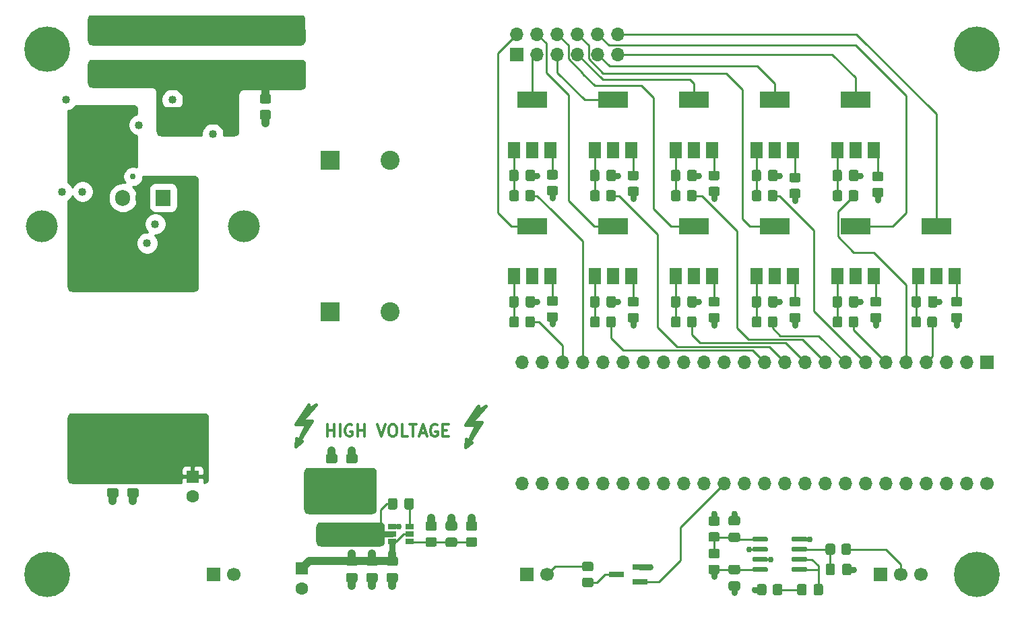
<source format=gbr>
%TF.GenerationSoftware,KiCad,Pcbnew,(5.1.9)-1*%
%TF.CreationDate,2021-10-04T18:28:26-04:00*%
%TF.ProjectId,In9 Music Visualizer RevC,496e3920-4d75-4736-9963-205669737561,rev?*%
%TF.SameCoordinates,Original*%
%TF.FileFunction,Copper,L1,Top*%
%TF.FilePolarity,Positive*%
%FSLAX46Y46*%
G04 Gerber Fmt 4.6, Leading zero omitted, Abs format (unit mm)*
G04 Created by KiCad (PCBNEW (5.1.9)-1) date 2021-10-04 18:28:26*
%MOMM*%
%LPD*%
G01*
G04 APERTURE LIST*
%TA.AperFunction,NonConductor*%
%ADD10C,0.300000*%
%TD*%
%TA.AperFunction,EtchedComponent*%
%ADD11C,0.381000*%
%TD*%
%TA.AperFunction,ComponentPad*%
%ADD12O,1.905000X2.000000*%
%TD*%
%TA.AperFunction,ComponentPad*%
%ADD13R,1.905000X2.000000*%
%TD*%
%TA.AperFunction,ComponentPad*%
%ADD14C,1.600000*%
%TD*%
%TA.AperFunction,ComponentPad*%
%ADD15R,1.600000X1.600000*%
%TD*%
%TA.AperFunction,SMDPad,CuDef*%
%ADD16R,5.100000X2.350000*%
%TD*%
%TA.AperFunction,SMDPad,CuDef*%
%ADD17R,1.060000X0.650000*%
%TD*%
%TA.AperFunction,ComponentPad*%
%ADD18C,5.715000*%
%TD*%
%TA.AperFunction,SMDPad,CuDef*%
%ADD19R,1.500000X2.000000*%
%TD*%
%TA.AperFunction,SMDPad,CuDef*%
%ADD20R,3.800000X2.000000*%
%TD*%
%TA.AperFunction,SMDPad,CuDef*%
%ADD21R,1.900000X0.800000*%
%TD*%
%TA.AperFunction,SMDPad,CuDef*%
%ADD22R,14.000000X3.000000*%
%TD*%
%TA.AperFunction,ComponentPad*%
%ADD23O,1.700000X1.700000*%
%TD*%
%TA.AperFunction,ComponentPad*%
%ADD24R,1.700000X1.700000*%
%TD*%
%TA.AperFunction,ComponentPad*%
%ADD25C,1.700000*%
%TD*%
%TA.AperFunction,ComponentPad*%
%ADD26C,4.000000*%
%TD*%
%TA.AperFunction,SMDPad,CuDef*%
%ADD27R,4.500000X3.300000*%
%TD*%
%TA.AperFunction,ComponentPad*%
%ADD28C,2.400000*%
%TD*%
%TA.AperFunction,ComponentPad*%
%ADD29R,2.400000X2.400000*%
%TD*%
%TA.AperFunction,ViaPad*%
%ADD30C,0.762000*%
%TD*%
%TA.AperFunction,ViaPad*%
%ADD31C,1.016000*%
%TD*%
%TA.AperFunction,Conductor*%
%ADD32C,0.254000*%
%TD*%
%TA.AperFunction,Conductor*%
%ADD33C,1.016000*%
%TD*%
%TA.AperFunction,Conductor*%
%ADD34C,0.762000*%
%TD*%
%TA.AperFunction,Conductor*%
%ADD35C,0.508000*%
%TD*%
%TA.AperFunction,Conductor*%
%ADD36C,0.250000*%
%TD*%
%TA.AperFunction,Conductor*%
%ADD37C,0.100000*%
%TD*%
G04 APERTURE END LIST*
D10*
X91107571Y-104564571D02*
X91107571Y-103064571D01*
X91107571Y-103778857D02*
X91964714Y-103778857D01*
X91964714Y-104564571D02*
X91964714Y-103064571D01*
X92679000Y-104564571D02*
X92679000Y-103064571D01*
X94179000Y-103136000D02*
X94036142Y-103064571D01*
X93821857Y-103064571D01*
X93607571Y-103136000D01*
X93464714Y-103278857D01*
X93393285Y-103421714D01*
X93321857Y-103707428D01*
X93321857Y-103921714D01*
X93393285Y-104207428D01*
X93464714Y-104350285D01*
X93607571Y-104493142D01*
X93821857Y-104564571D01*
X93964714Y-104564571D01*
X94179000Y-104493142D01*
X94250428Y-104421714D01*
X94250428Y-103921714D01*
X93964714Y-103921714D01*
X94893285Y-104564571D02*
X94893285Y-103064571D01*
X94893285Y-103778857D02*
X95750428Y-103778857D01*
X95750428Y-104564571D02*
X95750428Y-103064571D01*
X97393285Y-103064571D02*
X97893285Y-104564571D01*
X98393285Y-103064571D01*
X99179000Y-103064571D02*
X99464714Y-103064571D01*
X99607571Y-103136000D01*
X99750428Y-103278857D01*
X99821857Y-103564571D01*
X99821857Y-104064571D01*
X99750428Y-104350285D01*
X99607571Y-104493142D01*
X99464714Y-104564571D01*
X99179000Y-104564571D01*
X99036142Y-104493142D01*
X98893285Y-104350285D01*
X98821857Y-104064571D01*
X98821857Y-103564571D01*
X98893285Y-103278857D01*
X99036142Y-103136000D01*
X99179000Y-103064571D01*
X101179000Y-104564571D02*
X100464714Y-104564571D01*
X100464714Y-103064571D01*
X101464714Y-103064571D02*
X102321857Y-103064571D01*
X101893285Y-104564571D02*
X101893285Y-103064571D01*
X102750428Y-104136000D02*
X103464714Y-104136000D01*
X102607571Y-104564571D02*
X103107571Y-103064571D01*
X103607571Y-104564571D01*
X104893285Y-103136000D02*
X104750428Y-103064571D01*
X104536142Y-103064571D01*
X104321857Y-103136000D01*
X104179000Y-103278857D01*
X104107571Y-103421714D01*
X104036142Y-103707428D01*
X104036142Y-103921714D01*
X104107571Y-104207428D01*
X104179000Y-104350285D01*
X104321857Y-104493142D01*
X104536142Y-104564571D01*
X104679000Y-104564571D01*
X104893285Y-104493142D01*
X104964714Y-104421714D01*
X104964714Y-103921714D01*
X104679000Y-103921714D01*
X105607571Y-103778857D02*
X106107571Y-103778857D01*
X106321857Y-104564571D02*
X105607571Y-104564571D01*
X105607571Y-103064571D01*
X106321857Y-103064571D01*
D11*
%TO.C,REF\u002A\u002A*%
X88900000Y-100965000D02*
X87503000Y-102870000D01*
X87503000Y-102870000D02*
X88773000Y-102870000D01*
X87249000Y-104775000D02*
X87122000Y-105791000D01*
X87122000Y-105791000D02*
X87884000Y-105156000D01*
X87884000Y-105156000D02*
X87376000Y-105410000D01*
X87376000Y-105410000D02*
X89154000Y-102616000D01*
X89154000Y-102616000D02*
X87884000Y-102616000D01*
X87884000Y-102616000D02*
X89662000Y-100584000D01*
X89662000Y-100584000D02*
X88900000Y-101092000D01*
X88900000Y-101092000D02*
X88773000Y-100584000D01*
X88646000Y-100711000D02*
X87122000Y-102997000D01*
X87122000Y-102997000D02*
X88519000Y-102997000D01*
X88519000Y-102997000D02*
X87376000Y-105283000D01*
X87376000Y-105283000D02*
X87249000Y-104775000D01*
X110236000Y-101092000D02*
X108839000Y-102997000D01*
X108839000Y-102997000D02*
X110109000Y-102997000D01*
X108585000Y-104902000D02*
X108458000Y-105918000D01*
X108458000Y-105918000D02*
X109220000Y-105283000D01*
X109220000Y-105283000D02*
X108712000Y-105537000D01*
X108712000Y-105537000D02*
X110490000Y-102743000D01*
X110490000Y-102743000D02*
X109220000Y-102743000D01*
X109220000Y-102743000D02*
X110998000Y-100711000D01*
X110998000Y-100711000D02*
X110236000Y-101219000D01*
X110236000Y-101219000D02*
X110109000Y-100711000D01*
X109982000Y-100838000D02*
X108458000Y-103124000D01*
X108458000Y-103124000D02*
X109855000Y-103124000D01*
X109855000Y-103124000D02*
X108712000Y-105410000D01*
X108712000Y-105410000D02*
X108585000Y-104902000D01*
%TD*%
D12*
%TO.P,Q2,3*%
%TO.N,Net-(C17-Pad1)*%
X65405000Y-74549000D03*
%TO.P,Q2,2*%
%TO.N,Net-(D1-Pad2)*%
X67945000Y-74549000D03*
D13*
%TO.P,Q2,1*%
%TO.N,Net-(Q2-Pad1)*%
X70485000Y-74549000D03*
%TD*%
D14*
%TO.P,C22,2*%
%TO.N,GND*%
X87884000Y-123658000D03*
D15*
%TO.P,C22,1*%
%TO.N,+12V*%
X87884000Y-121158000D03*
%TD*%
D16*
%TO.P,L2,2*%
%TO.N,Net-(C18-Pad2)*%
X92710000Y-117010000D03*
%TO.P,L2,1*%
%TO.N,+5V*%
X92710000Y-112860000D03*
%TD*%
%TO.P,C18,2*%
%TO.N,Net-(C18-Pad2)*%
%TA.AperFunction,SMDPad,CuDef*%
G36*
G01*
X99880000Y-112555000D02*
X99880000Y-113505000D01*
G75*
G02*
X99630000Y-113755000I-250000J0D01*
G01*
X98955000Y-113755000D01*
G75*
G02*
X98705000Y-113505000I0J250000D01*
G01*
X98705000Y-112555000D01*
G75*
G02*
X98955000Y-112305000I250000J0D01*
G01*
X99630000Y-112305000D01*
G75*
G02*
X99880000Y-112555000I0J-250000D01*
G01*
G37*
%TD.AperFunction*%
%TO.P,C18,1*%
%TO.N,Net-(C18-Pad1)*%
%TA.AperFunction,SMDPad,CuDef*%
G36*
G01*
X101955000Y-112555000D02*
X101955000Y-113505000D01*
G75*
G02*
X101705000Y-113755000I-250000J0D01*
G01*
X101030000Y-113755000D01*
G75*
G02*
X100780000Y-113505000I0J250000D01*
G01*
X100780000Y-112555000D01*
G75*
G02*
X101030000Y-112305000I250000J0D01*
G01*
X101705000Y-112305000D01*
G75*
G02*
X101955000Y-112555000I0J-250000D01*
G01*
G37*
%TD.AperFunction*%
%TD*%
%TO.P,R6,2*%
%TO.N,GND*%
%TA.AperFunction,SMDPad,CuDef*%
G36*
G01*
X140150001Y-115805000D02*
X139249999Y-115805000D01*
G75*
G02*
X139000000Y-115555001I0J249999D01*
G01*
X139000000Y-114854999D01*
G75*
G02*
X139249999Y-114605000I249999J0D01*
G01*
X140150001Y-114605000D01*
G75*
G02*
X140400000Y-114854999I0J-249999D01*
G01*
X140400000Y-115555001D01*
G75*
G02*
X140150001Y-115805000I-249999J0D01*
G01*
G37*
%TD.AperFunction*%
%TO.P,R6,1*%
%TO.N,/0.625V*%
%TA.AperFunction,SMDPad,CuDef*%
G36*
G01*
X140150001Y-117805000D02*
X139249999Y-117805000D01*
G75*
G02*
X139000000Y-117555001I0J249999D01*
G01*
X139000000Y-116854999D01*
G75*
G02*
X139249999Y-116605000I249999J0D01*
G01*
X140150001Y-116605000D01*
G75*
G02*
X140400000Y-116854999I0J-249999D01*
G01*
X140400000Y-117555001D01*
G75*
G02*
X140150001Y-117805000I-249999J0D01*
G01*
G37*
%TD.AperFunction*%
%TD*%
%TO.P,R2,2*%
%TO.N,/0.625V*%
%TA.AperFunction,SMDPad,CuDef*%
G36*
G01*
X140150001Y-119885000D02*
X139249999Y-119885000D01*
G75*
G02*
X139000000Y-119635001I0J249999D01*
G01*
X139000000Y-118934999D01*
G75*
G02*
X139249999Y-118685000I249999J0D01*
G01*
X140150001Y-118685000D01*
G75*
G02*
X140400000Y-118934999I0J-249999D01*
G01*
X140400000Y-119635001D01*
G75*
G02*
X140150001Y-119885000I-249999J0D01*
G01*
G37*
%TD.AperFunction*%
%TO.P,R2,1*%
%TO.N,+5V*%
%TA.AperFunction,SMDPad,CuDef*%
G36*
G01*
X140150001Y-121885000D02*
X139249999Y-121885000D01*
G75*
G02*
X139000000Y-121635001I0J249999D01*
G01*
X139000000Y-120934999D01*
G75*
G02*
X139249999Y-120685000I249999J0D01*
G01*
X140150001Y-120685000D01*
G75*
G02*
X140400000Y-120934999I0J-249999D01*
G01*
X140400000Y-121635001D01*
G75*
G02*
X140150001Y-121885000I-249999J0D01*
G01*
G37*
%TD.AperFunction*%
%TD*%
D17*
%TO.P,U3,5*%
%TO.N,+12V*%
X101430000Y-116840000D03*
%TO.P,U3,6*%
%TO.N,Net-(C18-Pad1)*%
X101430000Y-115890000D03*
%TO.P,U3,4*%
%TO.N,Net-(C23-Pad2)*%
X101430000Y-117790000D03*
%TO.P,U3,3*%
%TO.N,+12V*%
X99230000Y-117790000D03*
%TO.P,U3,2*%
%TO.N,Net-(C18-Pad2)*%
X99230000Y-116840000D03*
%TO.P,U3,1*%
%TO.N,GND*%
X99230000Y-115890000D03*
%TD*%
%TO.P,C13,2*%
%TO.N,GND*%
%TA.AperFunction,SMDPad,CuDef*%
G36*
G01*
X87540002Y-54230000D02*
X82639998Y-54230000D01*
G75*
G02*
X82390000Y-53980002I0J249998D01*
G01*
X82390000Y-52504998D01*
G75*
G02*
X82639998Y-52255000I249998J0D01*
G01*
X87540002Y-52255000D01*
G75*
G02*
X87790000Y-52504998I0J-249998D01*
G01*
X87790000Y-53980002D01*
G75*
G02*
X87540002Y-54230000I-249998J0D01*
G01*
G37*
%TD.AperFunction*%
%TO.P,C13,1*%
%TO.N,150V*%
%TA.AperFunction,SMDPad,CuDef*%
G36*
G01*
X87540002Y-59505000D02*
X82639998Y-59505000D01*
G75*
G02*
X82390000Y-59255002I0J249998D01*
G01*
X82390000Y-57779998D01*
G75*
G02*
X82639998Y-57530000I249998J0D01*
G01*
X87540002Y-57530000D01*
G75*
G02*
X87790000Y-57779998I0J-249998D01*
G01*
X87790000Y-59255002D01*
G75*
G02*
X87540002Y-59505000I-249998J0D01*
G01*
G37*
%TD.AperFunction*%
%TD*%
%TO.P,C12,2*%
%TO.N,GND*%
%TA.AperFunction,SMDPad,CuDef*%
G36*
G01*
X80555002Y-54230000D02*
X75654998Y-54230000D01*
G75*
G02*
X75405000Y-53980002I0J249998D01*
G01*
X75405000Y-52504998D01*
G75*
G02*
X75654998Y-52255000I249998J0D01*
G01*
X80555002Y-52255000D01*
G75*
G02*
X80805000Y-52504998I0J-249998D01*
G01*
X80805000Y-53980002D01*
G75*
G02*
X80555002Y-54230000I-249998J0D01*
G01*
G37*
%TD.AperFunction*%
%TO.P,C12,1*%
%TO.N,150V*%
%TA.AperFunction,SMDPad,CuDef*%
G36*
G01*
X80555002Y-59505000D02*
X75654998Y-59505000D01*
G75*
G02*
X75405000Y-59255002I0J249998D01*
G01*
X75405000Y-57779998D01*
G75*
G02*
X75654998Y-57530000I249998J0D01*
G01*
X80555002Y-57530000D01*
G75*
G02*
X80805000Y-57779998I0J-249998D01*
G01*
X80805000Y-59255002D01*
G75*
G02*
X80555002Y-59505000I-249998J0D01*
G01*
G37*
%TD.AperFunction*%
%TD*%
%TO.P,C11,2*%
%TO.N,GND*%
%TA.AperFunction,SMDPad,CuDef*%
G36*
G01*
X73570002Y-54230000D02*
X68669998Y-54230000D01*
G75*
G02*
X68420000Y-53980002I0J249998D01*
G01*
X68420000Y-52504998D01*
G75*
G02*
X68669998Y-52255000I249998J0D01*
G01*
X73570002Y-52255000D01*
G75*
G02*
X73820000Y-52504998I0J-249998D01*
G01*
X73820000Y-53980002D01*
G75*
G02*
X73570002Y-54230000I-249998J0D01*
G01*
G37*
%TD.AperFunction*%
%TO.P,C11,1*%
%TO.N,150V*%
%TA.AperFunction,SMDPad,CuDef*%
G36*
G01*
X73570002Y-59505000D02*
X68669998Y-59505000D01*
G75*
G02*
X68420000Y-59255002I0J249998D01*
G01*
X68420000Y-57779998D01*
G75*
G02*
X68669998Y-57530000I249998J0D01*
G01*
X73570002Y-57530000D01*
G75*
G02*
X73820000Y-57779998I0J-249998D01*
G01*
X73820000Y-59255002D01*
G75*
G02*
X73570002Y-59505000I-249998J0D01*
G01*
G37*
%TD.AperFunction*%
%TD*%
%TO.P,C10,2*%
%TO.N,GND*%
%TA.AperFunction,SMDPad,CuDef*%
G36*
G01*
X66585002Y-54230000D02*
X61684998Y-54230000D01*
G75*
G02*
X61435000Y-53980002I0J249998D01*
G01*
X61435000Y-52504998D01*
G75*
G02*
X61684998Y-52255000I249998J0D01*
G01*
X66585002Y-52255000D01*
G75*
G02*
X66835000Y-52504998I0J-249998D01*
G01*
X66835000Y-53980002D01*
G75*
G02*
X66585002Y-54230000I-249998J0D01*
G01*
G37*
%TD.AperFunction*%
%TO.P,C10,1*%
%TO.N,150V*%
%TA.AperFunction,SMDPad,CuDef*%
G36*
G01*
X66585002Y-59505000D02*
X61684998Y-59505000D01*
G75*
G02*
X61435000Y-59255002I0J249998D01*
G01*
X61435000Y-57779998D01*
G75*
G02*
X61684998Y-57530000I249998J0D01*
G01*
X66585002Y-57530000D01*
G75*
G02*
X66835000Y-57779998I0J-249998D01*
G01*
X66835000Y-59255002D01*
G75*
G02*
X66585002Y-59505000I-249998J0D01*
G01*
G37*
%TD.AperFunction*%
%TD*%
D18*
%TO.P,REF\u002A\u002A,1*%
%TO.N,N/C*%
X172720000Y-121920000D03*
%TD*%
%TO.P,REF\u002A\u002A,1*%
%TO.N,N/C*%
X172720000Y-55880000D03*
%TD*%
%TO.P,REF\u002A\u002A,1*%
%TO.N,N/C*%
X55880000Y-121920000D03*
%TD*%
%TO.P,REF\u002A\u002A,1*%
%TO.N,N/C*%
X55880000Y-55880000D03*
%TD*%
%TO.P,U1,8*%
%TO.N,+5V*%
%TA.AperFunction,SMDPad,CuDef*%
G36*
G01*
X146455000Y-121135000D02*
X146455000Y-121435000D01*
G75*
G02*
X146305000Y-121585000I-150000J0D01*
G01*
X144655000Y-121585000D01*
G75*
G02*
X144505000Y-121435000I0J150000D01*
G01*
X144505000Y-121135000D01*
G75*
G02*
X144655000Y-120985000I150000J0D01*
G01*
X146305000Y-120985000D01*
G75*
G02*
X146455000Y-121135000I0J-150000D01*
G01*
G37*
%TD.AperFunction*%
%TO.P,U1,7*%
%TO.N,/ADC_in*%
%TA.AperFunction,SMDPad,CuDef*%
G36*
G01*
X146455000Y-119865000D02*
X146455000Y-120165000D01*
G75*
G02*
X146305000Y-120315000I-150000J0D01*
G01*
X144655000Y-120315000D01*
G75*
G02*
X144505000Y-120165000I0J150000D01*
G01*
X144505000Y-119865000D01*
G75*
G02*
X144655000Y-119715000I150000J0D01*
G01*
X146305000Y-119715000D01*
G75*
G02*
X146455000Y-119865000I0J-150000D01*
G01*
G37*
%TD.AperFunction*%
%TO.P,U1,6*%
%TO.N,Net-(R1-Pad2)*%
%TA.AperFunction,SMDPad,CuDef*%
G36*
G01*
X146455000Y-118595000D02*
X146455000Y-118895000D01*
G75*
G02*
X146305000Y-119045000I-150000J0D01*
G01*
X144655000Y-119045000D01*
G75*
G02*
X144505000Y-118895000I0J150000D01*
G01*
X144505000Y-118595000D01*
G75*
G02*
X144655000Y-118445000I150000J0D01*
G01*
X146305000Y-118445000D01*
G75*
G02*
X146455000Y-118595000I0J-150000D01*
G01*
G37*
%TD.AperFunction*%
%TO.P,U1,5*%
%TO.N,/0.625V*%
%TA.AperFunction,SMDPad,CuDef*%
G36*
G01*
X146455000Y-117325000D02*
X146455000Y-117625000D01*
G75*
G02*
X146305000Y-117775000I-150000J0D01*
G01*
X144655000Y-117775000D01*
G75*
G02*
X144505000Y-117625000I0J150000D01*
G01*
X144505000Y-117325000D01*
G75*
G02*
X144655000Y-117175000I150000J0D01*
G01*
X146305000Y-117175000D01*
G75*
G02*
X146455000Y-117325000I0J-150000D01*
G01*
G37*
%TD.AperFunction*%
%TO.P,U1,4*%
%TO.N,GND*%
%TA.AperFunction,SMDPad,CuDef*%
G36*
G01*
X151405000Y-117325000D02*
X151405000Y-117625000D01*
G75*
G02*
X151255000Y-117775000I-150000J0D01*
G01*
X149605000Y-117775000D01*
G75*
G02*
X149455000Y-117625000I0J150000D01*
G01*
X149455000Y-117325000D01*
G75*
G02*
X149605000Y-117175000I150000J0D01*
G01*
X151255000Y-117175000D01*
G75*
G02*
X151405000Y-117325000I0J-150000D01*
G01*
G37*
%TD.AperFunction*%
%TO.P,U1,3*%
%TO.N,Net-(C2-Pad1)*%
%TA.AperFunction,SMDPad,CuDef*%
G36*
G01*
X151405000Y-118595000D02*
X151405000Y-118895000D01*
G75*
G02*
X151255000Y-119045000I-150000J0D01*
G01*
X149605000Y-119045000D01*
G75*
G02*
X149455000Y-118895000I0J150000D01*
G01*
X149455000Y-118595000D01*
G75*
G02*
X149605000Y-118445000I150000J0D01*
G01*
X151255000Y-118445000D01*
G75*
G02*
X151405000Y-118595000I0J-150000D01*
G01*
G37*
%TD.AperFunction*%
%TO.P,U1,2*%
%TO.N,Net-(C1-Pad2)*%
%TA.AperFunction,SMDPad,CuDef*%
G36*
G01*
X151405000Y-119865000D02*
X151405000Y-120165000D01*
G75*
G02*
X151255000Y-120315000I-150000J0D01*
G01*
X149605000Y-120315000D01*
G75*
G02*
X149455000Y-120165000I0J150000D01*
G01*
X149455000Y-119865000D01*
G75*
G02*
X149605000Y-119715000I150000J0D01*
G01*
X151255000Y-119715000D01*
G75*
G02*
X151405000Y-119865000I0J-150000D01*
G01*
G37*
%TD.AperFunction*%
%TO.P,U1,1*%
%TA.AperFunction,SMDPad,CuDef*%
G36*
G01*
X151405000Y-121135000D02*
X151405000Y-121435000D01*
G75*
G02*
X151255000Y-121585000I-150000J0D01*
G01*
X149605000Y-121585000D01*
G75*
G02*
X149455000Y-121435000I0J150000D01*
G01*
X149455000Y-121135000D01*
G75*
G02*
X149605000Y-120985000I150000J0D01*
G01*
X151255000Y-120985000D01*
G75*
G02*
X151405000Y-121135000I0J-150000D01*
G01*
G37*
%TD.AperFunction*%
%TD*%
%TO.P,R38,2*%
%TO.N,GND*%
%TA.AperFunction,SMDPad,CuDef*%
G36*
G01*
X169729999Y-89030000D02*
X170630001Y-89030000D01*
G75*
G02*
X170880000Y-89279999I0J-249999D01*
G01*
X170880000Y-89980001D01*
G75*
G02*
X170630001Y-90230000I-249999J0D01*
G01*
X169729999Y-90230000D01*
G75*
G02*
X169480000Y-89980001I0J249999D01*
G01*
X169480000Y-89279999D01*
G75*
G02*
X169729999Y-89030000I249999J0D01*
G01*
G37*
%TD.AperFunction*%
%TO.P,R38,1*%
%TO.N,Net-(Q13-Pad3)*%
%TA.AperFunction,SMDPad,CuDef*%
G36*
G01*
X169729999Y-87030000D02*
X170630001Y-87030000D01*
G75*
G02*
X170880000Y-87279999I0J-249999D01*
G01*
X170880000Y-87980001D01*
G75*
G02*
X170630001Y-88230000I-249999J0D01*
G01*
X169729999Y-88230000D01*
G75*
G02*
X169480000Y-87980001I0J249999D01*
G01*
X169480000Y-87279999D01*
G75*
G02*
X169729999Y-87030000I249999J0D01*
G01*
G37*
%TD.AperFunction*%
%TD*%
%TO.P,R37,2*%
%TO.N,GND*%
%TA.AperFunction,SMDPad,CuDef*%
G36*
G01*
X159823999Y-73282000D02*
X160724001Y-73282000D01*
G75*
G02*
X160974000Y-73531999I0J-249999D01*
G01*
X160974000Y-74232001D01*
G75*
G02*
X160724001Y-74482000I-249999J0D01*
G01*
X159823999Y-74482000D01*
G75*
G02*
X159574000Y-74232001I0J249999D01*
G01*
X159574000Y-73531999D01*
G75*
G02*
X159823999Y-73282000I249999J0D01*
G01*
G37*
%TD.AperFunction*%
%TO.P,R37,1*%
%TO.N,Net-(Q12-Pad3)*%
%TA.AperFunction,SMDPad,CuDef*%
G36*
G01*
X159823999Y-71282000D02*
X160724001Y-71282000D01*
G75*
G02*
X160974000Y-71531999I0J-249999D01*
G01*
X160974000Y-72232001D01*
G75*
G02*
X160724001Y-72482000I-249999J0D01*
G01*
X159823999Y-72482000D01*
G75*
G02*
X159574000Y-72232001I0J249999D01*
G01*
X159574000Y-71531999D01*
G75*
G02*
X159823999Y-71282000I249999J0D01*
G01*
G37*
%TD.AperFunction*%
%TD*%
%TO.P,R36,2*%
%TO.N,GND*%
%TA.AperFunction,SMDPad,CuDef*%
G36*
G01*
X159569999Y-89030000D02*
X160470001Y-89030000D01*
G75*
G02*
X160720000Y-89279999I0J-249999D01*
G01*
X160720000Y-89980001D01*
G75*
G02*
X160470001Y-90230000I-249999J0D01*
G01*
X159569999Y-90230000D01*
G75*
G02*
X159320000Y-89980001I0J249999D01*
G01*
X159320000Y-89279999D01*
G75*
G02*
X159569999Y-89030000I249999J0D01*
G01*
G37*
%TD.AperFunction*%
%TO.P,R36,1*%
%TO.N,Net-(Q11-Pad3)*%
%TA.AperFunction,SMDPad,CuDef*%
G36*
G01*
X159569999Y-87030000D02*
X160470001Y-87030000D01*
G75*
G02*
X160720000Y-87279999I0J-249999D01*
G01*
X160720000Y-87980001D01*
G75*
G02*
X160470001Y-88230000I-249999J0D01*
G01*
X159569999Y-88230000D01*
G75*
G02*
X159320000Y-87980001I0J249999D01*
G01*
X159320000Y-87279999D01*
G75*
G02*
X159569999Y-87030000I249999J0D01*
G01*
G37*
%TD.AperFunction*%
%TD*%
%TO.P,R35,2*%
%TO.N,GND*%
%TA.AperFunction,SMDPad,CuDef*%
G36*
G01*
X149409999Y-73425000D02*
X150310001Y-73425000D01*
G75*
G02*
X150560000Y-73674999I0J-249999D01*
G01*
X150560000Y-74375001D01*
G75*
G02*
X150310001Y-74625000I-249999J0D01*
G01*
X149409999Y-74625000D01*
G75*
G02*
X149160000Y-74375001I0J249999D01*
G01*
X149160000Y-73674999D01*
G75*
G02*
X149409999Y-73425000I249999J0D01*
G01*
G37*
%TD.AperFunction*%
%TO.P,R35,1*%
%TO.N,Net-(Q10-Pad3)*%
%TA.AperFunction,SMDPad,CuDef*%
G36*
G01*
X149409999Y-71425000D02*
X150310001Y-71425000D01*
G75*
G02*
X150560000Y-71674999I0J-249999D01*
G01*
X150560000Y-72375001D01*
G75*
G02*
X150310001Y-72625000I-249999J0D01*
G01*
X149409999Y-72625000D01*
G75*
G02*
X149160000Y-72375001I0J249999D01*
G01*
X149160000Y-71674999D01*
G75*
G02*
X149409999Y-71425000I249999J0D01*
G01*
G37*
%TD.AperFunction*%
%TD*%
%TO.P,R34,2*%
%TO.N,GND*%
%TA.AperFunction,SMDPad,CuDef*%
G36*
G01*
X149409999Y-89030000D02*
X150310001Y-89030000D01*
G75*
G02*
X150560000Y-89279999I0J-249999D01*
G01*
X150560000Y-89980001D01*
G75*
G02*
X150310001Y-90230000I-249999J0D01*
G01*
X149409999Y-90230000D01*
G75*
G02*
X149160000Y-89980001I0J249999D01*
G01*
X149160000Y-89279999D01*
G75*
G02*
X149409999Y-89030000I249999J0D01*
G01*
G37*
%TD.AperFunction*%
%TO.P,R34,1*%
%TO.N,Net-(Q9-Pad3)*%
%TA.AperFunction,SMDPad,CuDef*%
G36*
G01*
X149409999Y-87030000D02*
X150310001Y-87030000D01*
G75*
G02*
X150560000Y-87279999I0J-249999D01*
G01*
X150560000Y-87980001D01*
G75*
G02*
X150310001Y-88230000I-249999J0D01*
G01*
X149409999Y-88230000D01*
G75*
G02*
X149160000Y-87980001I0J249999D01*
G01*
X149160000Y-87279999D01*
G75*
G02*
X149409999Y-87030000I249999J0D01*
G01*
G37*
%TD.AperFunction*%
%TD*%
%TO.P,R33,2*%
%TO.N,/PWM_10*%
%TA.AperFunction,SMDPad,CuDef*%
G36*
G01*
X166500000Y-90620001D02*
X166500000Y-89719999D01*
G75*
G02*
X166749999Y-89470000I249999J0D01*
G01*
X167450001Y-89470000D01*
G75*
G02*
X167700000Y-89719999I0J-249999D01*
G01*
X167700000Y-90620001D01*
G75*
G02*
X167450001Y-90870000I-249999J0D01*
G01*
X166749999Y-90870000D01*
G75*
G02*
X166500000Y-90620001I0J249999D01*
G01*
G37*
%TD.AperFunction*%
%TO.P,R33,1*%
%TO.N,Net-(C36-Pad1)*%
%TA.AperFunction,SMDPad,CuDef*%
G36*
G01*
X164500000Y-90620001D02*
X164500000Y-89719999D01*
G75*
G02*
X164749999Y-89470000I249999J0D01*
G01*
X165450001Y-89470000D01*
G75*
G02*
X165700000Y-89719999I0J-249999D01*
G01*
X165700000Y-90620001D01*
G75*
G02*
X165450001Y-90870000I-249999J0D01*
G01*
X164749999Y-90870000D01*
G75*
G02*
X164500000Y-90620001I0J249999D01*
G01*
G37*
%TD.AperFunction*%
%TD*%
%TO.P,R32,2*%
%TO.N,/PWM_9*%
%TA.AperFunction,SMDPad,CuDef*%
G36*
G01*
X156610000Y-74745001D02*
X156610000Y-73844999D01*
G75*
G02*
X156859999Y-73595000I249999J0D01*
G01*
X157560001Y-73595000D01*
G75*
G02*
X157810000Y-73844999I0J-249999D01*
G01*
X157810000Y-74745001D01*
G75*
G02*
X157560001Y-74995000I-249999J0D01*
G01*
X156859999Y-74995000D01*
G75*
G02*
X156610000Y-74745001I0J249999D01*
G01*
G37*
%TD.AperFunction*%
%TO.P,R32,1*%
%TO.N,Net-(C35-Pad1)*%
%TA.AperFunction,SMDPad,CuDef*%
G36*
G01*
X154610000Y-74745001D02*
X154610000Y-73844999D01*
G75*
G02*
X154859999Y-73595000I249999J0D01*
G01*
X155560001Y-73595000D01*
G75*
G02*
X155810000Y-73844999I0J-249999D01*
G01*
X155810000Y-74745001D01*
G75*
G02*
X155560001Y-74995000I-249999J0D01*
G01*
X154859999Y-74995000D01*
G75*
G02*
X154610000Y-74745001I0J249999D01*
G01*
G37*
%TD.AperFunction*%
%TD*%
%TO.P,R31,2*%
%TO.N,/PWM_8*%
%TA.AperFunction,SMDPad,CuDef*%
G36*
G01*
X156610000Y-90620001D02*
X156610000Y-89719999D01*
G75*
G02*
X156859999Y-89470000I249999J0D01*
G01*
X157560001Y-89470000D01*
G75*
G02*
X157810000Y-89719999I0J-249999D01*
G01*
X157810000Y-90620001D01*
G75*
G02*
X157560001Y-90870000I-249999J0D01*
G01*
X156859999Y-90870000D01*
G75*
G02*
X156610000Y-90620001I0J249999D01*
G01*
G37*
%TD.AperFunction*%
%TO.P,R31,1*%
%TO.N,Net-(C34-Pad1)*%
%TA.AperFunction,SMDPad,CuDef*%
G36*
G01*
X154610000Y-90620001D02*
X154610000Y-89719999D01*
G75*
G02*
X154859999Y-89470000I249999J0D01*
G01*
X155560001Y-89470000D01*
G75*
G02*
X155810000Y-89719999I0J-249999D01*
G01*
X155810000Y-90620001D01*
G75*
G02*
X155560001Y-90870000I-249999J0D01*
G01*
X154859999Y-90870000D01*
G75*
G02*
X154610000Y-90620001I0J249999D01*
G01*
G37*
%TD.AperFunction*%
%TD*%
%TO.P,R30,2*%
%TO.N,/PWM_7*%
%TA.AperFunction,SMDPad,CuDef*%
G36*
G01*
X146450000Y-74745001D02*
X146450000Y-73844999D01*
G75*
G02*
X146699999Y-73595000I249999J0D01*
G01*
X147400001Y-73595000D01*
G75*
G02*
X147650000Y-73844999I0J-249999D01*
G01*
X147650000Y-74745001D01*
G75*
G02*
X147400001Y-74995000I-249999J0D01*
G01*
X146699999Y-74995000D01*
G75*
G02*
X146450000Y-74745001I0J249999D01*
G01*
G37*
%TD.AperFunction*%
%TO.P,R30,1*%
%TO.N,Net-(C33-Pad1)*%
%TA.AperFunction,SMDPad,CuDef*%
G36*
G01*
X144450000Y-74745001D02*
X144450000Y-73844999D01*
G75*
G02*
X144699999Y-73595000I249999J0D01*
G01*
X145400001Y-73595000D01*
G75*
G02*
X145650000Y-73844999I0J-249999D01*
G01*
X145650000Y-74745001D01*
G75*
G02*
X145400001Y-74995000I-249999J0D01*
G01*
X144699999Y-74995000D01*
G75*
G02*
X144450000Y-74745001I0J249999D01*
G01*
G37*
%TD.AperFunction*%
%TD*%
%TO.P,R29,2*%
%TO.N,/PWM_6*%
%TA.AperFunction,SMDPad,CuDef*%
G36*
G01*
X146450000Y-90620001D02*
X146450000Y-89719999D01*
G75*
G02*
X146699999Y-89470000I249999J0D01*
G01*
X147400001Y-89470000D01*
G75*
G02*
X147650000Y-89719999I0J-249999D01*
G01*
X147650000Y-90620001D01*
G75*
G02*
X147400001Y-90870000I-249999J0D01*
G01*
X146699999Y-90870000D01*
G75*
G02*
X146450000Y-90620001I0J249999D01*
G01*
G37*
%TD.AperFunction*%
%TO.P,R29,1*%
%TO.N,Net-(C32-Pad1)*%
%TA.AperFunction,SMDPad,CuDef*%
G36*
G01*
X144450000Y-90620001D02*
X144450000Y-89719999D01*
G75*
G02*
X144699999Y-89470000I249999J0D01*
G01*
X145400001Y-89470000D01*
G75*
G02*
X145650000Y-89719999I0J-249999D01*
G01*
X145650000Y-90620001D01*
G75*
G02*
X145400001Y-90870000I-249999J0D01*
G01*
X144699999Y-90870000D01*
G75*
G02*
X144450000Y-90620001I0J249999D01*
G01*
G37*
%TD.AperFunction*%
%TD*%
%TO.P,R28,2*%
%TO.N,GND*%
%TA.AperFunction,SMDPad,CuDef*%
G36*
G01*
X139249999Y-73155000D02*
X140150001Y-73155000D01*
G75*
G02*
X140400000Y-73404999I0J-249999D01*
G01*
X140400000Y-74105001D01*
G75*
G02*
X140150001Y-74355000I-249999J0D01*
G01*
X139249999Y-74355000D01*
G75*
G02*
X139000000Y-74105001I0J249999D01*
G01*
X139000000Y-73404999D01*
G75*
G02*
X139249999Y-73155000I249999J0D01*
G01*
G37*
%TD.AperFunction*%
%TO.P,R28,1*%
%TO.N,Net-(Q8-Pad3)*%
%TA.AperFunction,SMDPad,CuDef*%
G36*
G01*
X139249999Y-71155000D02*
X140150001Y-71155000D01*
G75*
G02*
X140400000Y-71404999I0J-249999D01*
G01*
X140400000Y-72105001D01*
G75*
G02*
X140150001Y-72355000I-249999J0D01*
G01*
X139249999Y-72355000D01*
G75*
G02*
X139000000Y-72105001I0J249999D01*
G01*
X139000000Y-71404999D01*
G75*
G02*
X139249999Y-71155000I249999J0D01*
G01*
G37*
%TD.AperFunction*%
%TD*%
%TO.P,R27,2*%
%TO.N,GND*%
%TA.AperFunction,SMDPad,CuDef*%
G36*
G01*
X139249999Y-89030000D02*
X140150001Y-89030000D01*
G75*
G02*
X140400000Y-89279999I0J-249999D01*
G01*
X140400000Y-89980001D01*
G75*
G02*
X140150001Y-90230000I-249999J0D01*
G01*
X139249999Y-90230000D01*
G75*
G02*
X139000000Y-89980001I0J249999D01*
G01*
X139000000Y-89279999D01*
G75*
G02*
X139249999Y-89030000I249999J0D01*
G01*
G37*
%TD.AperFunction*%
%TO.P,R27,1*%
%TO.N,Net-(Q7-Pad3)*%
%TA.AperFunction,SMDPad,CuDef*%
G36*
G01*
X139249999Y-87030000D02*
X140150001Y-87030000D01*
G75*
G02*
X140400000Y-87279999I0J-249999D01*
G01*
X140400000Y-87980001D01*
G75*
G02*
X140150001Y-88230000I-249999J0D01*
G01*
X139249999Y-88230000D01*
G75*
G02*
X139000000Y-87980001I0J249999D01*
G01*
X139000000Y-87279999D01*
G75*
G02*
X139249999Y-87030000I249999J0D01*
G01*
G37*
%TD.AperFunction*%
%TD*%
%TO.P,R26,2*%
%TO.N,GND*%
%TA.AperFunction,SMDPad,CuDef*%
G36*
G01*
X129089999Y-73155000D02*
X129990001Y-73155000D01*
G75*
G02*
X130240000Y-73404999I0J-249999D01*
G01*
X130240000Y-74105001D01*
G75*
G02*
X129990001Y-74355000I-249999J0D01*
G01*
X129089999Y-74355000D01*
G75*
G02*
X128840000Y-74105001I0J249999D01*
G01*
X128840000Y-73404999D01*
G75*
G02*
X129089999Y-73155000I249999J0D01*
G01*
G37*
%TD.AperFunction*%
%TO.P,R26,1*%
%TO.N,Net-(Q6-Pad3)*%
%TA.AperFunction,SMDPad,CuDef*%
G36*
G01*
X129089999Y-71155000D02*
X129990001Y-71155000D01*
G75*
G02*
X130240000Y-71404999I0J-249999D01*
G01*
X130240000Y-72105001D01*
G75*
G02*
X129990001Y-72355000I-249999J0D01*
G01*
X129089999Y-72355000D01*
G75*
G02*
X128840000Y-72105001I0J249999D01*
G01*
X128840000Y-71404999D01*
G75*
G02*
X129089999Y-71155000I249999J0D01*
G01*
G37*
%TD.AperFunction*%
%TD*%
%TO.P,R25,2*%
%TO.N,GND*%
%TA.AperFunction,SMDPad,CuDef*%
G36*
G01*
X129089999Y-89030000D02*
X129990001Y-89030000D01*
G75*
G02*
X130240000Y-89279999I0J-249999D01*
G01*
X130240000Y-89980001D01*
G75*
G02*
X129990001Y-90230000I-249999J0D01*
G01*
X129089999Y-90230000D01*
G75*
G02*
X128840000Y-89980001I0J249999D01*
G01*
X128840000Y-89279999D01*
G75*
G02*
X129089999Y-89030000I249999J0D01*
G01*
G37*
%TD.AperFunction*%
%TO.P,R25,1*%
%TO.N,Net-(Q5-Pad3)*%
%TA.AperFunction,SMDPad,CuDef*%
G36*
G01*
X129089999Y-87030000D02*
X129990001Y-87030000D01*
G75*
G02*
X130240000Y-87279999I0J-249999D01*
G01*
X130240000Y-87980001D01*
G75*
G02*
X129990001Y-88230000I-249999J0D01*
G01*
X129089999Y-88230000D01*
G75*
G02*
X128840000Y-87980001I0J249999D01*
G01*
X128840000Y-87279999D01*
G75*
G02*
X129089999Y-87030000I249999J0D01*
G01*
G37*
%TD.AperFunction*%
%TD*%
%TO.P,R24,2*%
%TO.N,GND*%
%TA.AperFunction,SMDPad,CuDef*%
G36*
G01*
X118929999Y-73060000D02*
X119830001Y-73060000D01*
G75*
G02*
X120080000Y-73309999I0J-249999D01*
G01*
X120080000Y-74010001D01*
G75*
G02*
X119830001Y-74260000I-249999J0D01*
G01*
X118929999Y-74260000D01*
G75*
G02*
X118680000Y-74010001I0J249999D01*
G01*
X118680000Y-73309999D01*
G75*
G02*
X118929999Y-73060000I249999J0D01*
G01*
G37*
%TD.AperFunction*%
%TO.P,R24,1*%
%TO.N,Net-(Q4-Pad3)*%
%TA.AperFunction,SMDPad,CuDef*%
G36*
G01*
X118929999Y-71060000D02*
X119830001Y-71060000D01*
G75*
G02*
X120080000Y-71309999I0J-249999D01*
G01*
X120080000Y-72010001D01*
G75*
G02*
X119830001Y-72260000I-249999J0D01*
G01*
X118929999Y-72260000D01*
G75*
G02*
X118680000Y-72010001I0J249999D01*
G01*
X118680000Y-71309999D01*
G75*
G02*
X118929999Y-71060000I249999J0D01*
G01*
G37*
%TD.AperFunction*%
%TD*%
%TO.P,R23,2*%
%TO.N,GND*%
%TA.AperFunction,SMDPad,CuDef*%
G36*
G01*
X118929999Y-88935000D02*
X119830001Y-88935000D01*
G75*
G02*
X120080000Y-89184999I0J-249999D01*
G01*
X120080000Y-89885001D01*
G75*
G02*
X119830001Y-90135000I-249999J0D01*
G01*
X118929999Y-90135000D01*
G75*
G02*
X118680000Y-89885001I0J249999D01*
G01*
X118680000Y-89184999D01*
G75*
G02*
X118929999Y-88935000I249999J0D01*
G01*
G37*
%TD.AperFunction*%
%TO.P,R23,1*%
%TO.N,Net-(Q3-Pad3)*%
%TA.AperFunction,SMDPad,CuDef*%
G36*
G01*
X118929999Y-86935000D02*
X119830001Y-86935000D01*
G75*
G02*
X120080000Y-87184999I0J-249999D01*
G01*
X120080000Y-87885001D01*
G75*
G02*
X119830001Y-88135000I-249999J0D01*
G01*
X118929999Y-88135000D01*
G75*
G02*
X118680000Y-87885001I0J249999D01*
G01*
X118680000Y-87184999D01*
G75*
G02*
X118929999Y-86935000I249999J0D01*
G01*
G37*
%TD.AperFunction*%
%TD*%
%TO.P,R22,2*%
%TO.N,/PWM_5*%
%TA.AperFunction,SMDPad,CuDef*%
G36*
G01*
X136290000Y-74745001D02*
X136290000Y-73844999D01*
G75*
G02*
X136539999Y-73595000I249999J0D01*
G01*
X137240001Y-73595000D01*
G75*
G02*
X137490000Y-73844999I0J-249999D01*
G01*
X137490000Y-74745001D01*
G75*
G02*
X137240001Y-74995000I-249999J0D01*
G01*
X136539999Y-74995000D01*
G75*
G02*
X136290000Y-74745001I0J249999D01*
G01*
G37*
%TD.AperFunction*%
%TO.P,R22,1*%
%TO.N,Net-(C31-Pad1)*%
%TA.AperFunction,SMDPad,CuDef*%
G36*
G01*
X134290000Y-74745001D02*
X134290000Y-73844999D01*
G75*
G02*
X134539999Y-73595000I249999J0D01*
G01*
X135240001Y-73595000D01*
G75*
G02*
X135490000Y-73844999I0J-249999D01*
G01*
X135490000Y-74745001D01*
G75*
G02*
X135240001Y-74995000I-249999J0D01*
G01*
X134539999Y-74995000D01*
G75*
G02*
X134290000Y-74745001I0J249999D01*
G01*
G37*
%TD.AperFunction*%
%TD*%
%TO.P,R21,2*%
%TO.N,/PWM_4*%
%TA.AperFunction,SMDPad,CuDef*%
G36*
G01*
X136290000Y-90620001D02*
X136290000Y-89719999D01*
G75*
G02*
X136539999Y-89470000I249999J0D01*
G01*
X137240001Y-89470000D01*
G75*
G02*
X137490000Y-89719999I0J-249999D01*
G01*
X137490000Y-90620001D01*
G75*
G02*
X137240001Y-90870000I-249999J0D01*
G01*
X136539999Y-90870000D01*
G75*
G02*
X136290000Y-90620001I0J249999D01*
G01*
G37*
%TD.AperFunction*%
%TO.P,R21,1*%
%TO.N,Net-(C30-Pad1)*%
%TA.AperFunction,SMDPad,CuDef*%
G36*
G01*
X134290000Y-90620001D02*
X134290000Y-89719999D01*
G75*
G02*
X134539999Y-89470000I249999J0D01*
G01*
X135240001Y-89470000D01*
G75*
G02*
X135490000Y-89719999I0J-249999D01*
G01*
X135490000Y-90620001D01*
G75*
G02*
X135240001Y-90870000I-249999J0D01*
G01*
X134539999Y-90870000D01*
G75*
G02*
X134290000Y-90620001I0J249999D01*
G01*
G37*
%TD.AperFunction*%
%TD*%
%TO.P,R20,2*%
%TO.N,/PWM_3*%
%TA.AperFunction,SMDPad,CuDef*%
G36*
G01*
X126130000Y-74745001D02*
X126130000Y-73844999D01*
G75*
G02*
X126379999Y-73595000I249999J0D01*
G01*
X127080001Y-73595000D01*
G75*
G02*
X127330000Y-73844999I0J-249999D01*
G01*
X127330000Y-74745001D01*
G75*
G02*
X127080001Y-74995000I-249999J0D01*
G01*
X126379999Y-74995000D01*
G75*
G02*
X126130000Y-74745001I0J249999D01*
G01*
G37*
%TD.AperFunction*%
%TO.P,R20,1*%
%TO.N,Net-(C29-Pad1)*%
%TA.AperFunction,SMDPad,CuDef*%
G36*
G01*
X124130000Y-74745001D02*
X124130000Y-73844999D01*
G75*
G02*
X124379999Y-73595000I249999J0D01*
G01*
X125080001Y-73595000D01*
G75*
G02*
X125330000Y-73844999I0J-249999D01*
G01*
X125330000Y-74745001D01*
G75*
G02*
X125080001Y-74995000I-249999J0D01*
G01*
X124379999Y-74995000D01*
G75*
G02*
X124130000Y-74745001I0J249999D01*
G01*
G37*
%TD.AperFunction*%
%TD*%
%TO.P,R19,2*%
%TO.N,/PWM_2*%
%TA.AperFunction,SMDPad,CuDef*%
G36*
G01*
X126130000Y-90620001D02*
X126130000Y-89719999D01*
G75*
G02*
X126379999Y-89470000I249999J0D01*
G01*
X127080001Y-89470000D01*
G75*
G02*
X127330000Y-89719999I0J-249999D01*
G01*
X127330000Y-90620001D01*
G75*
G02*
X127080001Y-90870000I-249999J0D01*
G01*
X126379999Y-90870000D01*
G75*
G02*
X126130000Y-90620001I0J249999D01*
G01*
G37*
%TD.AperFunction*%
%TO.P,R19,1*%
%TO.N,Net-(C28-Pad1)*%
%TA.AperFunction,SMDPad,CuDef*%
G36*
G01*
X124130000Y-90620001D02*
X124130000Y-89719999D01*
G75*
G02*
X124379999Y-89470000I249999J0D01*
G01*
X125080001Y-89470000D01*
G75*
G02*
X125330000Y-89719999I0J-249999D01*
G01*
X125330000Y-90620001D01*
G75*
G02*
X125080001Y-90870000I-249999J0D01*
G01*
X124379999Y-90870000D01*
G75*
G02*
X124130000Y-90620001I0J249999D01*
G01*
G37*
%TD.AperFunction*%
%TD*%
%TO.P,R18,2*%
%TO.N,/PWM_1*%
%TA.AperFunction,SMDPad,CuDef*%
G36*
G01*
X115970000Y-74745001D02*
X115970000Y-73844999D01*
G75*
G02*
X116219999Y-73595000I249999J0D01*
G01*
X116920001Y-73595000D01*
G75*
G02*
X117170000Y-73844999I0J-249999D01*
G01*
X117170000Y-74745001D01*
G75*
G02*
X116920001Y-74995000I-249999J0D01*
G01*
X116219999Y-74995000D01*
G75*
G02*
X115970000Y-74745001I0J249999D01*
G01*
G37*
%TD.AperFunction*%
%TO.P,R18,1*%
%TO.N,Net-(C27-Pad1)*%
%TA.AperFunction,SMDPad,CuDef*%
G36*
G01*
X113970000Y-74745001D02*
X113970000Y-73844999D01*
G75*
G02*
X114219999Y-73595000I249999J0D01*
G01*
X114920001Y-73595000D01*
G75*
G02*
X115170000Y-73844999I0J-249999D01*
G01*
X115170000Y-74745001D01*
G75*
G02*
X114920001Y-74995000I-249999J0D01*
G01*
X114219999Y-74995000D01*
G75*
G02*
X113970000Y-74745001I0J249999D01*
G01*
G37*
%TD.AperFunction*%
%TD*%
%TO.P,R17,2*%
%TO.N,/PWM_0*%
%TA.AperFunction,SMDPad,CuDef*%
G36*
G01*
X115970000Y-90620001D02*
X115970000Y-89719999D01*
G75*
G02*
X116219999Y-89470000I249999J0D01*
G01*
X116920001Y-89470000D01*
G75*
G02*
X117170000Y-89719999I0J-249999D01*
G01*
X117170000Y-90620001D01*
G75*
G02*
X116920001Y-90870000I-249999J0D01*
G01*
X116219999Y-90870000D01*
G75*
G02*
X115970000Y-90620001I0J249999D01*
G01*
G37*
%TD.AperFunction*%
%TO.P,R17,1*%
%TO.N,Net-(C26-Pad1)*%
%TA.AperFunction,SMDPad,CuDef*%
G36*
G01*
X113970000Y-90620001D02*
X113970000Y-89719999D01*
G75*
G02*
X114219999Y-89470000I249999J0D01*
G01*
X114920001Y-89470000D01*
G75*
G02*
X115170000Y-89719999I0J-249999D01*
G01*
X115170000Y-90620001D01*
G75*
G02*
X114920001Y-90870000I-249999J0D01*
G01*
X114219999Y-90870000D01*
G75*
G02*
X113970000Y-90620001I0J249999D01*
G01*
G37*
%TD.AperFunction*%
%TD*%
%TO.P,R16,2*%
%TO.N,GND*%
%TA.AperFunction,SMDPad,CuDef*%
G36*
G01*
X104590001Y-116440000D02*
X103689999Y-116440000D01*
G75*
G02*
X103440000Y-116190001I0J249999D01*
G01*
X103440000Y-115489999D01*
G75*
G02*
X103689999Y-115240000I249999J0D01*
G01*
X104590001Y-115240000D01*
G75*
G02*
X104840000Y-115489999I0J-249999D01*
G01*
X104840000Y-116190001D01*
G75*
G02*
X104590001Y-116440000I-249999J0D01*
G01*
G37*
%TD.AperFunction*%
%TO.P,R16,1*%
%TO.N,Net-(C23-Pad2)*%
%TA.AperFunction,SMDPad,CuDef*%
G36*
G01*
X104590001Y-118440000D02*
X103689999Y-118440000D01*
G75*
G02*
X103440000Y-118190001I0J249999D01*
G01*
X103440000Y-117489999D01*
G75*
G02*
X103689999Y-117240000I249999J0D01*
G01*
X104590001Y-117240000D01*
G75*
G02*
X104840000Y-117489999I0J-249999D01*
G01*
X104840000Y-118190001D01*
G75*
G02*
X104590001Y-118440000I-249999J0D01*
G01*
G37*
%TD.AperFunction*%
%TD*%
%TO.P,R15,2*%
%TO.N,Net-(C23-Pad2)*%
%TA.AperFunction,SMDPad,CuDef*%
G36*
G01*
X108769999Y-117240000D02*
X109670001Y-117240000D01*
G75*
G02*
X109920000Y-117489999I0J-249999D01*
G01*
X109920000Y-118190001D01*
G75*
G02*
X109670001Y-118440000I-249999J0D01*
G01*
X108769999Y-118440000D01*
G75*
G02*
X108520000Y-118190001I0J249999D01*
G01*
X108520000Y-117489999D01*
G75*
G02*
X108769999Y-117240000I249999J0D01*
G01*
G37*
%TD.AperFunction*%
%TO.P,R15,1*%
%TO.N,+5V*%
%TA.AperFunction,SMDPad,CuDef*%
G36*
G01*
X108769999Y-115240000D02*
X109670001Y-115240000D01*
G75*
G02*
X109920000Y-115489999I0J-249999D01*
G01*
X109920000Y-116190001D01*
G75*
G02*
X109670001Y-116440000I-249999J0D01*
G01*
X108769999Y-116440000D01*
G75*
G02*
X108520000Y-116190001I0J249999D01*
G01*
X108520000Y-115489999D01*
G75*
G02*
X108769999Y-115240000I249999J0D01*
G01*
G37*
%TD.AperFunction*%
%TD*%
%TO.P,R9,2*%
%TO.N,GND*%
%TA.AperFunction,SMDPad,CuDef*%
G36*
G01*
X82861999Y-63519000D02*
X83762001Y-63519000D01*
G75*
G02*
X84012000Y-63768999I0J-249999D01*
G01*
X84012000Y-64469001D01*
G75*
G02*
X83762001Y-64719000I-249999J0D01*
G01*
X82861999Y-64719000D01*
G75*
G02*
X82612000Y-64469001I0J249999D01*
G01*
X82612000Y-63768999D01*
G75*
G02*
X82861999Y-63519000I249999J0D01*
G01*
G37*
%TD.AperFunction*%
%TO.P,R9,1*%
%TO.N,150V*%
%TA.AperFunction,SMDPad,CuDef*%
G36*
G01*
X82861999Y-61519000D02*
X83762001Y-61519000D01*
G75*
G02*
X84012000Y-61768999I0J-249999D01*
G01*
X84012000Y-62469001D01*
G75*
G02*
X83762001Y-62719000I-249999J0D01*
G01*
X82861999Y-62719000D01*
G75*
G02*
X82612000Y-62469001I0J249999D01*
G01*
X82612000Y-61768999D01*
G75*
G02*
X82861999Y-61519000I249999J0D01*
G01*
G37*
%TD.AperFunction*%
%TD*%
%TO.P,R5,2*%
%TO.N,/MIC_out*%
%TA.AperFunction,SMDPad,CuDef*%
G36*
G01*
X155705000Y-119195001D02*
X155705000Y-118294999D01*
G75*
G02*
X155954999Y-118045000I249999J0D01*
G01*
X156655001Y-118045000D01*
G75*
G02*
X156905000Y-118294999I0J-249999D01*
G01*
X156905000Y-119195001D01*
G75*
G02*
X156655001Y-119445000I-249999J0D01*
G01*
X155954999Y-119445000D01*
G75*
G02*
X155705000Y-119195001I0J249999D01*
G01*
G37*
%TD.AperFunction*%
%TO.P,R5,1*%
%TO.N,Net-(C2-Pad1)*%
%TA.AperFunction,SMDPad,CuDef*%
G36*
G01*
X153705000Y-119195001D02*
X153705000Y-118294999D01*
G75*
G02*
X153954999Y-118045000I249999J0D01*
G01*
X154655001Y-118045000D01*
G75*
G02*
X154905000Y-118294999I0J-249999D01*
G01*
X154905000Y-119195001D01*
G75*
G02*
X154655001Y-119445000I-249999J0D01*
G01*
X153954999Y-119445000D01*
G75*
G02*
X153705000Y-119195001I0J249999D01*
G01*
G37*
%TD.AperFunction*%
%TD*%
%TO.P,R4,2*%
%TO.N,Net-(C1-Pad1)*%
%TA.AperFunction,SMDPad,CuDef*%
G36*
G01*
X147085000Y-124275001D02*
X147085000Y-123374999D01*
G75*
G02*
X147334999Y-123125000I249999J0D01*
G01*
X148035001Y-123125000D01*
G75*
G02*
X148285000Y-123374999I0J-249999D01*
G01*
X148285000Y-124275001D01*
G75*
G02*
X148035001Y-124525000I-249999J0D01*
G01*
X147334999Y-124525000D01*
G75*
G02*
X147085000Y-124275001I0J249999D01*
G01*
G37*
%TD.AperFunction*%
%TO.P,R4,1*%
%TO.N,Net-(R1-Pad2)*%
%TA.AperFunction,SMDPad,CuDef*%
G36*
G01*
X145085000Y-124275001D02*
X145085000Y-123374999D01*
G75*
G02*
X145334999Y-123125000I249999J0D01*
G01*
X146035001Y-123125000D01*
G75*
G02*
X146285000Y-123374999I0J-249999D01*
G01*
X146285000Y-124275001D01*
G75*
G02*
X146035001Y-124525000I-249999J0D01*
G01*
X145334999Y-124525000D01*
G75*
G02*
X145085000Y-124275001I0J249999D01*
G01*
G37*
%TD.AperFunction*%
%TD*%
%TO.P,R3,2*%
%TO.N,Net-(Q1-Pad3)*%
%TA.AperFunction,SMDPad,CuDef*%
G36*
G01*
X123374999Y-122320000D02*
X124275001Y-122320000D01*
G75*
G02*
X124525000Y-122569999I0J-249999D01*
G01*
X124525000Y-123270001D01*
G75*
G02*
X124275001Y-123520000I-249999J0D01*
G01*
X123374999Y-123520000D01*
G75*
G02*
X123125000Y-123270001I0J249999D01*
G01*
X123125000Y-122569999D01*
G75*
G02*
X123374999Y-122320000I249999J0D01*
G01*
G37*
%TD.AperFunction*%
%TO.P,R3,1*%
%TO.N,Net-(J2-Pad2)*%
%TA.AperFunction,SMDPad,CuDef*%
G36*
G01*
X123374999Y-120320000D02*
X124275001Y-120320000D01*
G75*
G02*
X124525000Y-120569999I0J-249999D01*
G01*
X124525000Y-121270001D01*
G75*
G02*
X124275001Y-121520000I-249999J0D01*
G01*
X123374999Y-121520000D01*
G75*
G02*
X123125000Y-121270001I0J249999D01*
G01*
X123125000Y-120569999D01*
G75*
G02*
X123374999Y-120320000I249999J0D01*
G01*
G37*
%TD.AperFunction*%
%TD*%
D19*
%TO.P,Q13,1*%
%TO.N,Net-(C36-Pad1)*%
X165340000Y-84430000D03*
%TO.P,Q13,3*%
%TO.N,Net-(Q13-Pad3)*%
X169940000Y-84430000D03*
%TO.P,Q13,2*%
%TO.N,Net-(J4-Pad12)*%
X167640000Y-84430000D03*
D20*
X167640000Y-78130000D03*
%TD*%
D19*
%TO.P,Q12,1*%
%TO.N,Net-(C35-Pad1)*%
X155180000Y-68555000D03*
%TO.P,Q12,3*%
%TO.N,Net-(Q12-Pad3)*%
X159780000Y-68555000D03*
%TO.P,Q12,2*%
%TO.N,Net-(J4-Pad11)*%
X157480000Y-68555000D03*
D20*
X157480000Y-62255000D03*
%TD*%
D19*
%TO.P,Q11,1*%
%TO.N,Net-(C34-Pad1)*%
X155180000Y-84430000D03*
%TO.P,Q11,3*%
%TO.N,Net-(Q11-Pad3)*%
X159780000Y-84430000D03*
%TO.P,Q11,2*%
%TO.N,Net-(J4-Pad10)*%
X157480000Y-84430000D03*
D20*
X157480000Y-78130000D03*
%TD*%
D19*
%TO.P,Q10,1*%
%TO.N,Net-(C33-Pad1)*%
X145020000Y-68555000D03*
%TO.P,Q10,3*%
%TO.N,Net-(Q10-Pad3)*%
X149620000Y-68555000D03*
%TO.P,Q10,2*%
%TO.N,Net-(J4-Pad9)*%
X147320000Y-68555000D03*
D20*
X147320000Y-62255000D03*
%TD*%
D19*
%TO.P,Q9,1*%
%TO.N,Net-(C32-Pad1)*%
X145020000Y-84430000D03*
%TO.P,Q9,3*%
%TO.N,Net-(Q9-Pad3)*%
X149620000Y-84430000D03*
%TO.P,Q9,2*%
%TO.N,Net-(J4-Pad8)*%
X147320000Y-84430000D03*
D20*
X147320000Y-78130000D03*
%TD*%
D19*
%TO.P,Q8,1*%
%TO.N,Net-(C31-Pad1)*%
X134860000Y-68555000D03*
%TO.P,Q8,3*%
%TO.N,Net-(Q8-Pad3)*%
X139460000Y-68555000D03*
%TO.P,Q8,2*%
%TO.N,Net-(J4-Pad7)*%
X137160000Y-68555000D03*
D20*
X137160000Y-62255000D03*
%TD*%
D19*
%TO.P,Q7,1*%
%TO.N,Net-(C30-Pad1)*%
X134860000Y-84430000D03*
%TO.P,Q7,3*%
%TO.N,Net-(Q7-Pad3)*%
X139460000Y-84430000D03*
%TO.P,Q7,2*%
%TO.N,Net-(J4-Pad6)*%
X137160000Y-84430000D03*
D20*
X137160000Y-78130000D03*
%TD*%
D19*
%TO.P,Q6,1*%
%TO.N,Net-(C29-Pad1)*%
X124700000Y-68555000D03*
%TO.P,Q6,3*%
%TO.N,Net-(Q6-Pad3)*%
X129300000Y-68555000D03*
%TO.P,Q6,2*%
%TO.N,Net-(J4-Pad5)*%
X127000000Y-68555000D03*
D20*
X127000000Y-62255000D03*
%TD*%
D19*
%TO.P,Q5,1*%
%TO.N,Net-(C28-Pad1)*%
X124700000Y-84430000D03*
%TO.P,Q5,3*%
%TO.N,Net-(Q5-Pad3)*%
X129300000Y-84430000D03*
%TO.P,Q5,2*%
%TO.N,Net-(J4-Pad4)*%
X127000000Y-84430000D03*
D20*
X127000000Y-78130000D03*
%TD*%
D19*
%TO.P,Q4,1*%
%TO.N,Net-(C27-Pad1)*%
X114540000Y-68555000D03*
%TO.P,Q4,3*%
%TO.N,Net-(Q4-Pad3)*%
X119140000Y-68555000D03*
%TO.P,Q4,2*%
%TO.N,Net-(J4-Pad3)*%
X116840000Y-68555000D03*
D20*
X116840000Y-62255000D03*
%TD*%
D19*
%TO.P,Q3,1*%
%TO.N,Net-(C26-Pad1)*%
X114540000Y-84430000D03*
%TO.P,Q3,3*%
%TO.N,Net-(Q3-Pad3)*%
X119140000Y-84430000D03*
%TO.P,Q3,2*%
%TO.N,Net-(J4-Pad2)*%
X116840000Y-84430000D03*
D20*
X116840000Y-78130000D03*
%TD*%
D21*
%TO.P,Q1,3*%
%TO.N,Net-(Q1-Pad3)*%
X127405000Y-121920000D03*
%TO.P,Q1,2*%
%TO.N,GND*%
X130405000Y-120970000D03*
%TO.P,Q1,1*%
%TO.N,/pwr_led*%
X130405000Y-122870000D03*
%TD*%
D22*
%TO.P,L1,2*%
%TO.N,+12V*%
X66675000Y-104380000D03*
%TO.P,L1,1*%
%TO.N,Net-(D1-Pad2)*%
X66675000Y-83580000D03*
%TD*%
D23*
%TO.P,J4,12*%
%TO.N,Net-(J4-Pad12)*%
X127635000Y-53975000D03*
%TO.P,J4,11*%
%TO.N,Net-(J4-Pad11)*%
X127635000Y-56515000D03*
%TO.P,J4,10*%
%TO.N,Net-(J4-Pad10)*%
X125095000Y-53975000D03*
%TO.P,J4,9*%
%TO.N,Net-(J4-Pad9)*%
X125095000Y-56515000D03*
%TO.P,J4,8*%
%TO.N,Net-(J4-Pad8)*%
X122555000Y-53975000D03*
%TO.P,J4,7*%
%TO.N,Net-(J4-Pad7)*%
X122555000Y-56515000D03*
%TO.P,J4,6*%
%TO.N,Net-(J4-Pad6)*%
X120015000Y-53975000D03*
%TO.P,J4,5*%
%TO.N,Net-(J4-Pad5)*%
X120015000Y-56515000D03*
%TO.P,J4,4*%
%TO.N,Net-(J4-Pad4)*%
X117475000Y-53975000D03*
%TO.P,J4,3*%
%TO.N,Net-(J4-Pad3)*%
X117475000Y-56515000D03*
%TO.P,J4,2*%
%TO.N,Net-(J4-Pad2)*%
X114935000Y-53975000D03*
D24*
%TO.P,J4,1*%
%TO.N,150V*%
X114935000Y-56515000D03*
%TD*%
D25*
%TO.P,J3,2*%
%TO.N,/MIC_out*%
X163195000Y-121920000D03*
D24*
%TO.P,J3,1*%
%TO.N,+5V*%
X160655000Y-121920000D03*
D25*
%TO.P,J3,3*%
%TO.N,GND*%
X165735000Y-121920000D03*
%TD*%
%TO.P,J2,2*%
%TO.N,Net-(J2-Pad2)*%
X118745000Y-121920000D03*
D24*
%TO.P,J2,1*%
%TO.N,+5V*%
X116205000Y-121920000D03*
%TD*%
D23*
%TO.P,MCU1,42*%
%TO.N,Net-(MCU1-Pad42)*%
X158750000Y-110490000D03*
%TO.P,MCU1,41*%
%TO.N,Net-(MCU1-Pad41)*%
X156210000Y-110490000D03*
D25*
%TO.P,MCU1,48*%
%TO.N,+5V*%
X173990000Y-110490000D03*
D23*
%TO.P,MCU1,45*%
%TO.N,Net-(MCU1-Pad45)*%
X166370000Y-110490000D03*
%TO.P,MCU1,47*%
%TO.N,GND*%
X171450000Y-110490000D03*
%TO.P,MCU1,44*%
%TO.N,Net-(MCU1-Pad44)*%
X163830000Y-110490000D03*
%TO.P,MCU1,46*%
%TO.N,Net-(MCU1-Pad46)*%
X168910000Y-110490000D03*
%TO.P,MCU1,43*%
%TO.N,Net-(MCU1-Pad43)*%
X161290000Y-110490000D03*
%TO.P,MCU1,40*%
%TO.N,Net-(MCU1-Pad40)*%
X153670000Y-110490000D03*
%TO.P,MCU1,39*%
%TO.N,Net-(MCU1-Pad39)*%
X151130000Y-110490000D03*
%TO.P,MCU1,38*%
%TO.N,/ADC_in*%
X148590000Y-110490000D03*
%TO.P,MCU1,37*%
%TO.N,Net-(MCU1-Pad37)*%
X146050000Y-110490000D03*
%TO.P,MCU1,36*%
%TO.N,Net-(MCU1-Pad36)*%
X143510000Y-110490000D03*
%TO.P,MCU1,35*%
%TO.N,/pwr_led*%
X140970000Y-110490000D03*
%TO.P,MCU1,29*%
%TO.N,Net-(MCU1-Pad29)*%
X125730000Y-110490000D03*
%TO.P,MCU1,32*%
%TO.N,Net-(MCU1-Pad32)*%
X133350000Y-110490000D03*
%TO.P,MCU1,33*%
%TO.N,Net-(MCU1-Pad33)*%
X135890000Y-110490000D03*
%TO.P,MCU1,34*%
%TO.N,GND*%
X138430000Y-110490000D03*
%TO.P,MCU1,26*%
%TO.N,Net-(MCU1-Pad26)*%
X118110000Y-110490000D03*
%TO.P,MCU1,31*%
%TO.N,Net-(MCU1-Pad31)*%
X130810000Y-110490000D03*
%TO.P,MCU1,28*%
%TO.N,Net-(MCU1-Pad28)*%
X123190000Y-110490000D03*
%TO.P,MCU1,30*%
%TO.N,Net-(MCU1-Pad30)*%
X128270000Y-110490000D03*
%TO.P,MCU1,27*%
%TO.N,Net-(MCU1-Pad27)*%
X120650000Y-110490000D03*
%TO.P,MCU1,25*%
%TO.N,Net-(MCU1-Pad25)*%
X115570000Y-110490000D03*
%TO.P,MCU1,24*%
%TO.N,Net-(MCU1-Pad24)*%
X115570000Y-95250000D03*
%TO.P,MCU1,23*%
%TO.N,Net-(MCU1-Pad23)*%
X118110000Y-95250000D03*
%TO.P,MCU1,22*%
%TO.N,/PWM_0*%
X120650000Y-95250000D03*
%TO.P,MCU1,21*%
%TO.N,/PWM_1*%
X123190000Y-95250000D03*
%TO.P,MCU1,20*%
%TO.N,Net-(MCU1-Pad20)*%
X125730000Y-95250000D03*
%TO.P,MCU1,19*%
%TO.N,Net-(MCU1-Pad19)*%
X128270000Y-95250000D03*
%TO.P,MCU1,18*%
%TO.N,Net-(MCU1-Pad18)*%
X130810000Y-95250000D03*
%TO.P,MCU1,17*%
%TO.N,Net-(MCU1-Pad17)*%
X133350000Y-95250000D03*
%TO.P,MCU1,16*%
%TO.N,Net-(MCU1-Pad16)*%
X135890000Y-95250000D03*
%TO.P,MCU1,15*%
%TO.N,Net-(MCU1-Pad15)*%
X138430000Y-95250000D03*
%TO.P,MCU1,14*%
%TO.N,Net-(MCU1-Pad14)*%
X140970000Y-95250000D03*
%TO.P,MCU1,13*%
%TO.N,Net-(MCU1-Pad13)*%
X143510000Y-95250000D03*
%TO.P,MCU1,12*%
%TO.N,/PWM_2*%
X146050000Y-95250000D03*
%TO.P,MCU1,11*%
%TO.N,/PWM_3*%
X148590000Y-95250000D03*
%TO.P,MCU1,10*%
%TO.N,/PWM_4*%
X151130000Y-95250000D03*
%TO.P,MCU1,9*%
%TO.N,/PWM_5*%
X153670000Y-95250000D03*
%TO.P,MCU1,8*%
%TO.N,/PWM_6*%
X156210000Y-95250000D03*
%TO.P,MCU1,7*%
%TO.N,/PWM_7*%
X158750000Y-95250000D03*
%TO.P,MCU1,6*%
%TO.N,/PWM_8*%
X161290000Y-95250000D03*
%TO.P,MCU1,5*%
%TO.N,/PWM_9*%
X163830000Y-95250000D03*
%TO.P,MCU1,4*%
%TO.N,/PWM_10*%
X166370000Y-95250000D03*
%TO.P,MCU1,3*%
%TO.N,Net-(MCU1-Pad3)*%
X168910000Y-95250000D03*
%TO.P,MCU1,2*%
%TO.N,Net-(MCU1-Pad2)*%
X171450000Y-95250000D03*
D24*
%TO.P,MCU1,1*%
%TO.N,GND*%
X173990000Y-95250000D03*
%TD*%
D25*
%TO.P,J1,2*%
%TO.N,GND*%
X79375000Y-121920000D03*
D24*
%TO.P,J1,1*%
%TO.N,+12V*%
X76835000Y-121920000D03*
%TD*%
D26*
%TO.P,HS1,1*%
%TO.N,N/C*%
X80645000Y-78105000D03*
X55245000Y-78105000D03*
%TD*%
D27*
%TO.P,D1,2*%
%TO.N,Net-(D1-Pad2)*%
X63545000Y-64770000D03*
%TO.P,D1,1*%
%TO.N,150V*%
X72345000Y-64770000D03*
%TD*%
%TO.P,C36,2*%
%TO.N,GND*%
%TA.AperFunction,SMDPad,CuDef*%
G36*
G01*
X166587500Y-88105000D02*
X166587500Y-87155000D01*
G75*
G02*
X166837500Y-86905000I250000J0D01*
G01*
X167512500Y-86905000D01*
G75*
G02*
X167762500Y-87155000I0J-250000D01*
G01*
X167762500Y-88105000D01*
G75*
G02*
X167512500Y-88355000I-250000J0D01*
G01*
X166837500Y-88355000D01*
G75*
G02*
X166587500Y-88105000I0J250000D01*
G01*
G37*
%TD.AperFunction*%
%TO.P,C36,1*%
%TO.N,Net-(C36-Pad1)*%
%TA.AperFunction,SMDPad,CuDef*%
G36*
G01*
X164512500Y-88105000D02*
X164512500Y-87155000D01*
G75*
G02*
X164762500Y-86905000I250000J0D01*
G01*
X165437500Y-86905000D01*
G75*
G02*
X165687500Y-87155000I0J-250000D01*
G01*
X165687500Y-88105000D01*
G75*
G02*
X165437500Y-88355000I-250000J0D01*
G01*
X164762500Y-88355000D01*
G75*
G02*
X164512500Y-88105000I0J250000D01*
G01*
G37*
%TD.AperFunction*%
%TD*%
%TO.P,C35,2*%
%TO.N,GND*%
%TA.AperFunction,SMDPad,CuDef*%
G36*
G01*
X156660000Y-72230000D02*
X156660000Y-71280000D01*
G75*
G02*
X156910000Y-71030000I250000J0D01*
G01*
X157585000Y-71030000D01*
G75*
G02*
X157835000Y-71280000I0J-250000D01*
G01*
X157835000Y-72230000D01*
G75*
G02*
X157585000Y-72480000I-250000J0D01*
G01*
X156910000Y-72480000D01*
G75*
G02*
X156660000Y-72230000I0J250000D01*
G01*
G37*
%TD.AperFunction*%
%TO.P,C35,1*%
%TO.N,Net-(C35-Pad1)*%
%TA.AperFunction,SMDPad,CuDef*%
G36*
G01*
X154585000Y-72230000D02*
X154585000Y-71280000D01*
G75*
G02*
X154835000Y-71030000I250000J0D01*
G01*
X155510000Y-71030000D01*
G75*
G02*
X155760000Y-71280000I0J-250000D01*
G01*
X155760000Y-72230000D01*
G75*
G02*
X155510000Y-72480000I-250000J0D01*
G01*
X154835000Y-72480000D01*
G75*
G02*
X154585000Y-72230000I0J250000D01*
G01*
G37*
%TD.AperFunction*%
%TD*%
%TO.P,C34,2*%
%TO.N,GND*%
%TA.AperFunction,SMDPad,CuDef*%
G36*
G01*
X156660000Y-88105000D02*
X156660000Y-87155000D01*
G75*
G02*
X156910000Y-86905000I250000J0D01*
G01*
X157585000Y-86905000D01*
G75*
G02*
X157835000Y-87155000I0J-250000D01*
G01*
X157835000Y-88105000D01*
G75*
G02*
X157585000Y-88355000I-250000J0D01*
G01*
X156910000Y-88355000D01*
G75*
G02*
X156660000Y-88105000I0J250000D01*
G01*
G37*
%TD.AperFunction*%
%TO.P,C34,1*%
%TO.N,Net-(C34-Pad1)*%
%TA.AperFunction,SMDPad,CuDef*%
G36*
G01*
X154585000Y-88105000D02*
X154585000Y-87155000D01*
G75*
G02*
X154835000Y-86905000I250000J0D01*
G01*
X155510000Y-86905000D01*
G75*
G02*
X155760000Y-87155000I0J-250000D01*
G01*
X155760000Y-88105000D01*
G75*
G02*
X155510000Y-88355000I-250000J0D01*
G01*
X154835000Y-88355000D01*
G75*
G02*
X154585000Y-88105000I0J250000D01*
G01*
G37*
%TD.AperFunction*%
%TD*%
%TO.P,C33,2*%
%TO.N,GND*%
%TA.AperFunction,SMDPad,CuDef*%
G36*
G01*
X146500000Y-72230000D02*
X146500000Y-71280000D01*
G75*
G02*
X146750000Y-71030000I250000J0D01*
G01*
X147425000Y-71030000D01*
G75*
G02*
X147675000Y-71280000I0J-250000D01*
G01*
X147675000Y-72230000D01*
G75*
G02*
X147425000Y-72480000I-250000J0D01*
G01*
X146750000Y-72480000D01*
G75*
G02*
X146500000Y-72230000I0J250000D01*
G01*
G37*
%TD.AperFunction*%
%TO.P,C33,1*%
%TO.N,Net-(C33-Pad1)*%
%TA.AperFunction,SMDPad,CuDef*%
G36*
G01*
X144425000Y-72230000D02*
X144425000Y-71280000D01*
G75*
G02*
X144675000Y-71030000I250000J0D01*
G01*
X145350000Y-71030000D01*
G75*
G02*
X145600000Y-71280000I0J-250000D01*
G01*
X145600000Y-72230000D01*
G75*
G02*
X145350000Y-72480000I-250000J0D01*
G01*
X144675000Y-72480000D01*
G75*
G02*
X144425000Y-72230000I0J250000D01*
G01*
G37*
%TD.AperFunction*%
%TD*%
%TO.P,C32,2*%
%TO.N,GND*%
%TA.AperFunction,SMDPad,CuDef*%
G36*
G01*
X146500000Y-88105000D02*
X146500000Y-87155000D01*
G75*
G02*
X146750000Y-86905000I250000J0D01*
G01*
X147425000Y-86905000D01*
G75*
G02*
X147675000Y-87155000I0J-250000D01*
G01*
X147675000Y-88105000D01*
G75*
G02*
X147425000Y-88355000I-250000J0D01*
G01*
X146750000Y-88355000D01*
G75*
G02*
X146500000Y-88105000I0J250000D01*
G01*
G37*
%TD.AperFunction*%
%TO.P,C32,1*%
%TO.N,Net-(C32-Pad1)*%
%TA.AperFunction,SMDPad,CuDef*%
G36*
G01*
X144425000Y-88105000D02*
X144425000Y-87155000D01*
G75*
G02*
X144675000Y-86905000I250000J0D01*
G01*
X145350000Y-86905000D01*
G75*
G02*
X145600000Y-87155000I0J-250000D01*
G01*
X145600000Y-88105000D01*
G75*
G02*
X145350000Y-88355000I-250000J0D01*
G01*
X144675000Y-88355000D01*
G75*
G02*
X144425000Y-88105000I0J250000D01*
G01*
G37*
%TD.AperFunction*%
%TD*%
%TO.P,C31,2*%
%TO.N,GND*%
%TA.AperFunction,SMDPad,CuDef*%
G36*
G01*
X136340000Y-72230000D02*
X136340000Y-71280000D01*
G75*
G02*
X136590000Y-71030000I250000J0D01*
G01*
X137265000Y-71030000D01*
G75*
G02*
X137515000Y-71280000I0J-250000D01*
G01*
X137515000Y-72230000D01*
G75*
G02*
X137265000Y-72480000I-250000J0D01*
G01*
X136590000Y-72480000D01*
G75*
G02*
X136340000Y-72230000I0J250000D01*
G01*
G37*
%TD.AperFunction*%
%TO.P,C31,1*%
%TO.N,Net-(C31-Pad1)*%
%TA.AperFunction,SMDPad,CuDef*%
G36*
G01*
X134265000Y-72230000D02*
X134265000Y-71280000D01*
G75*
G02*
X134515000Y-71030000I250000J0D01*
G01*
X135190000Y-71030000D01*
G75*
G02*
X135440000Y-71280000I0J-250000D01*
G01*
X135440000Y-72230000D01*
G75*
G02*
X135190000Y-72480000I-250000J0D01*
G01*
X134515000Y-72480000D01*
G75*
G02*
X134265000Y-72230000I0J250000D01*
G01*
G37*
%TD.AperFunction*%
%TD*%
%TO.P,C30,2*%
%TO.N,GND*%
%TA.AperFunction,SMDPad,CuDef*%
G36*
G01*
X136340000Y-88105000D02*
X136340000Y-87155000D01*
G75*
G02*
X136590000Y-86905000I250000J0D01*
G01*
X137265000Y-86905000D01*
G75*
G02*
X137515000Y-87155000I0J-250000D01*
G01*
X137515000Y-88105000D01*
G75*
G02*
X137265000Y-88355000I-250000J0D01*
G01*
X136590000Y-88355000D01*
G75*
G02*
X136340000Y-88105000I0J250000D01*
G01*
G37*
%TD.AperFunction*%
%TO.P,C30,1*%
%TO.N,Net-(C30-Pad1)*%
%TA.AperFunction,SMDPad,CuDef*%
G36*
G01*
X134265000Y-88105000D02*
X134265000Y-87155000D01*
G75*
G02*
X134515000Y-86905000I250000J0D01*
G01*
X135190000Y-86905000D01*
G75*
G02*
X135440000Y-87155000I0J-250000D01*
G01*
X135440000Y-88105000D01*
G75*
G02*
X135190000Y-88355000I-250000J0D01*
G01*
X134515000Y-88355000D01*
G75*
G02*
X134265000Y-88105000I0J250000D01*
G01*
G37*
%TD.AperFunction*%
%TD*%
%TO.P,C29,2*%
%TO.N,GND*%
%TA.AperFunction,SMDPad,CuDef*%
G36*
G01*
X126180000Y-72230000D02*
X126180000Y-71280000D01*
G75*
G02*
X126430000Y-71030000I250000J0D01*
G01*
X127105000Y-71030000D01*
G75*
G02*
X127355000Y-71280000I0J-250000D01*
G01*
X127355000Y-72230000D01*
G75*
G02*
X127105000Y-72480000I-250000J0D01*
G01*
X126430000Y-72480000D01*
G75*
G02*
X126180000Y-72230000I0J250000D01*
G01*
G37*
%TD.AperFunction*%
%TO.P,C29,1*%
%TO.N,Net-(C29-Pad1)*%
%TA.AperFunction,SMDPad,CuDef*%
G36*
G01*
X124105000Y-72230000D02*
X124105000Y-71280000D01*
G75*
G02*
X124355000Y-71030000I250000J0D01*
G01*
X125030000Y-71030000D01*
G75*
G02*
X125280000Y-71280000I0J-250000D01*
G01*
X125280000Y-72230000D01*
G75*
G02*
X125030000Y-72480000I-250000J0D01*
G01*
X124355000Y-72480000D01*
G75*
G02*
X124105000Y-72230000I0J250000D01*
G01*
G37*
%TD.AperFunction*%
%TD*%
%TO.P,C28,2*%
%TO.N,GND*%
%TA.AperFunction,SMDPad,CuDef*%
G36*
G01*
X126180000Y-88105000D02*
X126180000Y-87155000D01*
G75*
G02*
X126430000Y-86905000I250000J0D01*
G01*
X127105000Y-86905000D01*
G75*
G02*
X127355000Y-87155000I0J-250000D01*
G01*
X127355000Y-88105000D01*
G75*
G02*
X127105000Y-88355000I-250000J0D01*
G01*
X126430000Y-88355000D01*
G75*
G02*
X126180000Y-88105000I0J250000D01*
G01*
G37*
%TD.AperFunction*%
%TO.P,C28,1*%
%TO.N,Net-(C28-Pad1)*%
%TA.AperFunction,SMDPad,CuDef*%
G36*
G01*
X124105000Y-88105000D02*
X124105000Y-87155000D01*
G75*
G02*
X124355000Y-86905000I250000J0D01*
G01*
X125030000Y-86905000D01*
G75*
G02*
X125280000Y-87155000I0J-250000D01*
G01*
X125280000Y-88105000D01*
G75*
G02*
X125030000Y-88355000I-250000J0D01*
G01*
X124355000Y-88355000D01*
G75*
G02*
X124105000Y-88105000I0J250000D01*
G01*
G37*
%TD.AperFunction*%
%TD*%
%TO.P,C27,2*%
%TO.N,GND*%
%TA.AperFunction,SMDPad,CuDef*%
G36*
G01*
X116020000Y-72230000D02*
X116020000Y-71280000D01*
G75*
G02*
X116270000Y-71030000I250000J0D01*
G01*
X116945000Y-71030000D01*
G75*
G02*
X117195000Y-71280000I0J-250000D01*
G01*
X117195000Y-72230000D01*
G75*
G02*
X116945000Y-72480000I-250000J0D01*
G01*
X116270000Y-72480000D01*
G75*
G02*
X116020000Y-72230000I0J250000D01*
G01*
G37*
%TD.AperFunction*%
%TO.P,C27,1*%
%TO.N,Net-(C27-Pad1)*%
%TA.AperFunction,SMDPad,CuDef*%
G36*
G01*
X113945000Y-72230000D02*
X113945000Y-71280000D01*
G75*
G02*
X114195000Y-71030000I250000J0D01*
G01*
X114870000Y-71030000D01*
G75*
G02*
X115120000Y-71280000I0J-250000D01*
G01*
X115120000Y-72230000D01*
G75*
G02*
X114870000Y-72480000I-250000J0D01*
G01*
X114195000Y-72480000D01*
G75*
G02*
X113945000Y-72230000I0J250000D01*
G01*
G37*
%TD.AperFunction*%
%TD*%
%TO.P,C26,2*%
%TO.N,GND*%
%TA.AperFunction,SMDPad,CuDef*%
G36*
G01*
X116020000Y-88105000D02*
X116020000Y-87155000D01*
G75*
G02*
X116270000Y-86905000I250000J0D01*
G01*
X116945000Y-86905000D01*
G75*
G02*
X117195000Y-87155000I0J-250000D01*
G01*
X117195000Y-88105000D01*
G75*
G02*
X116945000Y-88355000I-250000J0D01*
G01*
X116270000Y-88355000D01*
G75*
G02*
X116020000Y-88105000I0J250000D01*
G01*
G37*
%TD.AperFunction*%
%TO.P,C26,1*%
%TO.N,Net-(C26-Pad1)*%
%TA.AperFunction,SMDPad,CuDef*%
G36*
G01*
X113945000Y-88105000D02*
X113945000Y-87155000D01*
G75*
G02*
X114195000Y-86905000I250000J0D01*
G01*
X114870000Y-86905000D01*
G75*
G02*
X115120000Y-87155000I0J-250000D01*
G01*
X115120000Y-88105000D01*
G75*
G02*
X114870000Y-88355000I-250000J0D01*
G01*
X114195000Y-88355000D01*
G75*
G02*
X113945000Y-88105000I0J250000D01*
G01*
G37*
%TD.AperFunction*%
%TD*%
%TO.P,C25,2*%
%TO.N,GND*%
%TA.AperFunction,SMDPad,CuDef*%
G36*
G01*
X94645500Y-107944500D02*
X93695500Y-107944500D01*
G75*
G02*
X93445500Y-107694500I0J250000D01*
G01*
X93445500Y-107019500D01*
G75*
G02*
X93695500Y-106769500I250000J0D01*
G01*
X94645500Y-106769500D01*
G75*
G02*
X94895500Y-107019500I0J-250000D01*
G01*
X94895500Y-107694500D01*
G75*
G02*
X94645500Y-107944500I-250000J0D01*
G01*
G37*
%TD.AperFunction*%
%TO.P,C25,1*%
%TO.N,+5V*%
%TA.AperFunction,SMDPad,CuDef*%
G36*
G01*
X94645500Y-110019500D02*
X93695500Y-110019500D01*
G75*
G02*
X93445500Y-109769500I0J250000D01*
G01*
X93445500Y-109094500D01*
G75*
G02*
X93695500Y-108844500I250000J0D01*
G01*
X94645500Y-108844500D01*
G75*
G02*
X94895500Y-109094500I0J-250000D01*
G01*
X94895500Y-109769500D01*
G75*
G02*
X94645500Y-110019500I-250000J0D01*
G01*
G37*
%TD.AperFunction*%
%TD*%
%TO.P,C24,2*%
%TO.N,GND*%
%TA.AperFunction,SMDPad,CuDef*%
G36*
G01*
X92105500Y-107944500D02*
X91155500Y-107944500D01*
G75*
G02*
X90905500Y-107694500I0J250000D01*
G01*
X90905500Y-107019500D01*
G75*
G02*
X91155500Y-106769500I250000J0D01*
G01*
X92105500Y-106769500D01*
G75*
G02*
X92355500Y-107019500I0J-250000D01*
G01*
X92355500Y-107694500D01*
G75*
G02*
X92105500Y-107944500I-250000J0D01*
G01*
G37*
%TD.AperFunction*%
%TO.P,C24,1*%
%TO.N,+5V*%
%TA.AperFunction,SMDPad,CuDef*%
G36*
G01*
X92105500Y-110019500D02*
X91155500Y-110019500D01*
G75*
G02*
X90905500Y-109769500I0J250000D01*
G01*
X90905500Y-109094500D01*
G75*
G02*
X91155500Y-108844500I250000J0D01*
G01*
X92105500Y-108844500D01*
G75*
G02*
X92355500Y-109094500I0J-250000D01*
G01*
X92355500Y-109769500D01*
G75*
G02*
X92105500Y-110019500I-250000J0D01*
G01*
G37*
%TD.AperFunction*%
%TD*%
%TO.P,C23,2*%
%TO.N,Net-(C23-Pad2)*%
%TA.AperFunction,SMDPad,CuDef*%
G36*
G01*
X106205000Y-117290000D02*
X107155000Y-117290000D01*
G75*
G02*
X107405000Y-117540000I0J-250000D01*
G01*
X107405000Y-118215000D01*
G75*
G02*
X107155000Y-118465000I-250000J0D01*
G01*
X106205000Y-118465000D01*
G75*
G02*
X105955000Y-118215000I0J250000D01*
G01*
X105955000Y-117540000D01*
G75*
G02*
X106205000Y-117290000I250000J0D01*
G01*
G37*
%TD.AperFunction*%
%TO.P,C23,1*%
%TO.N,+5V*%
%TA.AperFunction,SMDPad,CuDef*%
G36*
G01*
X106205000Y-115215000D02*
X107155000Y-115215000D01*
G75*
G02*
X107405000Y-115465000I0J-250000D01*
G01*
X107405000Y-116140000D01*
G75*
G02*
X107155000Y-116390000I-250000J0D01*
G01*
X106205000Y-116390000D01*
G75*
G02*
X105955000Y-116140000I0J250000D01*
G01*
X105955000Y-115465000D01*
G75*
G02*
X106205000Y-115215000I250000J0D01*
G01*
G37*
%TD.AperFunction*%
%TD*%
%TO.P,C21,2*%
%TO.N,GND*%
%TA.AperFunction,SMDPad,CuDef*%
G36*
G01*
X98775500Y-121735000D02*
X99725500Y-121735000D01*
G75*
G02*
X99975500Y-121985000I0J-250000D01*
G01*
X99975500Y-122660000D01*
G75*
G02*
X99725500Y-122910000I-250000J0D01*
G01*
X98775500Y-122910000D01*
G75*
G02*
X98525500Y-122660000I0J250000D01*
G01*
X98525500Y-121985000D01*
G75*
G02*
X98775500Y-121735000I250000J0D01*
G01*
G37*
%TD.AperFunction*%
%TO.P,C21,1*%
%TO.N,+12V*%
%TA.AperFunction,SMDPad,CuDef*%
G36*
G01*
X98775500Y-119660000D02*
X99725500Y-119660000D01*
G75*
G02*
X99975500Y-119910000I0J-250000D01*
G01*
X99975500Y-120585000D01*
G75*
G02*
X99725500Y-120835000I-250000J0D01*
G01*
X98775500Y-120835000D01*
G75*
G02*
X98525500Y-120585000I0J250000D01*
G01*
X98525500Y-119910000D01*
G75*
G02*
X98775500Y-119660000I250000J0D01*
G01*
G37*
%TD.AperFunction*%
%TD*%
%TO.P,C20,2*%
%TO.N,GND*%
%TA.AperFunction,SMDPad,CuDef*%
G36*
G01*
X96235500Y-121735000D02*
X97185500Y-121735000D01*
G75*
G02*
X97435500Y-121985000I0J-250000D01*
G01*
X97435500Y-122660000D01*
G75*
G02*
X97185500Y-122910000I-250000J0D01*
G01*
X96235500Y-122910000D01*
G75*
G02*
X95985500Y-122660000I0J250000D01*
G01*
X95985500Y-121985000D01*
G75*
G02*
X96235500Y-121735000I250000J0D01*
G01*
G37*
%TD.AperFunction*%
%TO.P,C20,1*%
%TO.N,+12V*%
%TA.AperFunction,SMDPad,CuDef*%
G36*
G01*
X96235500Y-119660000D02*
X97185500Y-119660000D01*
G75*
G02*
X97435500Y-119910000I0J-250000D01*
G01*
X97435500Y-120585000D01*
G75*
G02*
X97185500Y-120835000I-250000J0D01*
G01*
X96235500Y-120835000D01*
G75*
G02*
X95985500Y-120585000I0J250000D01*
G01*
X95985500Y-119910000D01*
G75*
G02*
X96235500Y-119660000I250000J0D01*
G01*
G37*
%TD.AperFunction*%
%TD*%
%TO.P,C19,2*%
%TO.N,GND*%
%TA.AperFunction,SMDPad,CuDef*%
G36*
G01*
X93695500Y-121735000D02*
X94645500Y-121735000D01*
G75*
G02*
X94895500Y-121985000I0J-250000D01*
G01*
X94895500Y-122660000D01*
G75*
G02*
X94645500Y-122910000I-250000J0D01*
G01*
X93695500Y-122910000D01*
G75*
G02*
X93445500Y-122660000I0J250000D01*
G01*
X93445500Y-121985000D01*
G75*
G02*
X93695500Y-121735000I250000J0D01*
G01*
G37*
%TD.AperFunction*%
%TO.P,C19,1*%
%TO.N,+12V*%
%TA.AperFunction,SMDPad,CuDef*%
G36*
G01*
X93695500Y-119660000D02*
X94645500Y-119660000D01*
G75*
G02*
X94895500Y-119910000I0J-250000D01*
G01*
X94895500Y-120585000D01*
G75*
G02*
X94645500Y-120835000I-250000J0D01*
G01*
X93695500Y-120835000D01*
G75*
G02*
X93445500Y-120585000I0J250000D01*
G01*
X93445500Y-119910000D01*
G75*
G02*
X93695500Y-119660000I250000J0D01*
G01*
G37*
%TD.AperFunction*%
%TD*%
D28*
%TO.P,C9,2*%
%TO.N,GND*%
X98940000Y-69850000D03*
D29*
%TO.P,C9,1*%
%TO.N,150V*%
X91440000Y-69850000D03*
%TD*%
D28*
%TO.P,C8,2*%
%TO.N,GND*%
X98940000Y-88900000D03*
D29*
%TO.P,C8,1*%
%TO.N,150V*%
X91440000Y-88900000D03*
%TD*%
%TO.P,C7,2*%
%TO.N,GND*%
%TA.AperFunction,SMDPad,CuDef*%
G36*
G01*
X63660000Y-111067000D02*
X64610000Y-111067000D01*
G75*
G02*
X64860000Y-111317000I0J-250000D01*
G01*
X64860000Y-111992000D01*
G75*
G02*
X64610000Y-112242000I-250000J0D01*
G01*
X63660000Y-112242000D01*
G75*
G02*
X63410000Y-111992000I0J250000D01*
G01*
X63410000Y-111317000D01*
G75*
G02*
X63660000Y-111067000I250000J0D01*
G01*
G37*
%TD.AperFunction*%
%TO.P,C7,1*%
%TO.N,+12V*%
%TA.AperFunction,SMDPad,CuDef*%
G36*
G01*
X63660000Y-108992000D02*
X64610000Y-108992000D01*
G75*
G02*
X64860000Y-109242000I0J-250000D01*
G01*
X64860000Y-109917000D01*
G75*
G02*
X64610000Y-110167000I-250000J0D01*
G01*
X63660000Y-110167000D01*
G75*
G02*
X63410000Y-109917000I0J250000D01*
G01*
X63410000Y-109242000D01*
G75*
G02*
X63660000Y-108992000I250000J0D01*
G01*
G37*
%TD.AperFunction*%
%TD*%
%TO.P,C6,2*%
%TO.N,GND*%
%TA.AperFunction,SMDPad,CuDef*%
G36*
G01*
X66200000Y-111067000D02*
X67150000Y-111067000D01*
G75*
G02*
X67400000Y-111317000I0J-250000D01*
G01*
X67400000Y-111992000D01*
G75*
G02*
X67150000Y-112242000I-250000J0D01*
G01*
X66200000Y-112242000D01*
G75*
G02*
X65950000Y-111992000I0J250000D01*
G01*
X65950000Y-111317000D01*
G75*
G02*
X66200000Y-111067000I250000J0D01*
G01*
G37*
%TD.AperFunction*%
%TO.P,C6,1*%
%TO.N,+12V*%
%TA.AperFunction,SMDPad,CuDef*%
G36*
G01*
X66200000Y-108992000D02*
X67150000Y-108992000D01*
G75*
G02*
X67400000Y-109242000I0J-250000D01*
G01*
X67400000Y-109917000D01*
G75*
G02*
X67150000Y-110167000I-250000J0D01*
G01*
X66200000Y-110167000D01*
G75*
G02*
X65950000Y-109917000I0J250000D01*
G01*
X65950000Y-109242000D01*
G75*
G02*
X66200000Y-108992000I250000J0D01*
G01*
G37*
%TD.AperFunction*%
%TD*%
D14*
%TO.P,C5,2*%
%TO.N,GND*%
X74168000Y-112101000D03*
D15*
%TO.P,C5,1*%
%TO.N,+12V*%
X74168000Y-109601000D03*
%TD*%
%TO.P,C4,2*%
%TO.N,GND*%
%TA.AperFunction,SMDPad,CuDef*%
G36*
G01*
X141765000Y-122772500D02*
X142715000Y-122772500D01*
G75*
G02*
X142965000Y-123022500I0J-250000D01*
G01*
X142965000Y-123697500D01*
G75*
G02*
X142715000Y-123947500I-250000J0D01*
G01*
X141765000Y-123947500D01*
G75*
G02*
X141515000Y-123697500I0J250000D01*
G01*
X141515000Y-123022500D01*
G75*
G02*
X141765000Y-122772500I250000J0D01*
G01*
G37*
%TD.AperFunction*%
%TO.P,C4,1*%
%TO.N,+5V*%
%TA.AperFunction,SMDPad,CuDef*%
G36*
G01*
X141765000Y-120697500D02*
X142715000Y-120697500D01*
G75*
G02*
X142965000Y-120947500I0J-250000D01*
G01*
X142965000Y-121622500D01*
G75*
G02*
X142715000Y-121872500I-250000J0D01*
G01*
X141765000Y-121872500D01*
G75*
G02*
X141515000Y-121622500I0J250000D01*
G01*
X141515000Y-120947500D01*
G75*
G02*
X141765000Y-120697500I250000J0D01*
G01*
G37*
%TD.AperFunction*%
%TD*%
%TO.P,C3,2*%
%TO.N,GND*%
%TA.AperFunction,SMDPad,CuDef*%
G36*
G01*
X142715000Y-115755000D02*
X141765000Y-115755000D01*
G75*
G02*
X141515000Y-115505000I0J250000D01*
G01*
X141515000Y-114830000D01*
G75*
G02*
X141765000Y-114580000I250000J0D01*
G01*
X142715000Y-114580000D01*
G75*
G02*
X142965000Y-114830000I0J-250000D01*
G01*
X142965000Y-115505000D01*
G75*
G02*
X142715000Y-115755000I-250000J0D01*
G01*
G37*
%TD.AperFunction*%
%TO.P,C3,1*%
%TO.N,/0.625V*%
%TA.AperFunction,SMDPad,CuDef*%
G36*
G01*
X142715000Y-117830000D02*
X141765000Y-117830000D01*
G75*
G02*
X141515000Y-117580000I0J250000D01*
G01*
X141515000Y-116905000D01*
G75*
G02*
X141765000Y-116655000I250000J0D01*
G01*
X142715000Y-116655000D01*
G75*
G02*
X142965000Y-116905000I0J-250000D01*
G01*
X142965000Y-117580000D01*
G75*
G02*
X142715000Y-117830000I-250000J0D01*
G01*
G37*
%TD.AperFunction*%
%TD*%
%TO.P,C2,2*%
%TO.N,GND*%
%TA.AperFunction,SMDPad,CuDef*%
G36*
G01*
X155792500Y-121760000D02*
X155792500Y-120810000D01*
G75*
G02*
X156042500Y-120560000I250000J0D01*
G01*
X156717500Y-120560000D01*
G75*
G02*
X156967500Y-120810000I0J-250000D01*
G01*
X156967500Y-121760000D01*
G75*
G02*
X156717500Y-122010000I-250000J0D01*
G01*
X156042500Y-122010000D01*
G75*
G02*
X155792500Y-121760000I0J250000D01*
G01*
G37*
%TD.AperFunction*%
%TO.P,C2,1*%
%TO.N,Net-(C2-Pad1)*%
%TA.AperFunction,SMDPad,CuDef*%
G36*
G01*
X153717500Y-121760000D02*
X153717500Y-120810000D01*
G75*
G02*
X153967500Y-120560000I250000J0D01*
G01*
X154642500Y-120560000D01*
G75*
G02*
X154892500Y-120810000I0J-250000D01*
G01*
X154892500Y-121760000D01*
G75*
G02*
X154642500Y-122010000I-250000J0D01*
G01*
X153967500Y-122010000D01*
G75*
G02*
X153717500Y-121760000I0J250000D01*
G01*
G37*
%TD.AperFunction*%
%TD*%
%TO.P,C1,2*%
%TO.N,Net-(C1-Pad2)*%
%TA.AperFunction,SMDPad,CuDef*%
G36*
G01*
X152215000Y-124300000D02*
X152215000Y-123350000D01*
G75*
G02*
X152465000Y-123100000I250000J0D01*
G01*
X153140000Y-123100000D01*
G75*
G02*
X153390000Y-123350000I0J-250000D01*
G01*
X153390000Y-124300000D01*
G75*
G02*
X153140000Y-124550000I-250000J0D01*
G01*
X152465000Y-124550000D01*
G75*
G02*
X152215000Y-124300000I0J250000D01*
G01*
G37*
%TD.AperFunction*%
%TO.P,C1,1*%
%TO.N,Net-(C1-Pad1)*%
%TA.AperFunction,SMDPad,CuDef*%
G36*
G01*
X150140000Y-124300000D02*
X150140000Y-123350000D01*
G75*
G02*
X150390000Y-123100000I250000J0D01*
G01*
X151065000Y-123100000D01*
G75*
G02*
X151315000Y-123350000I0J-250000D01*
G01*
X151315000Y-124300000D01*
G75*
G02*
X151065000Y-124550000I-250000J0D01*
G01*
X150390000Y-124550000D01*
G75*
G02*
X150140000Y-124300000I0J250000D01*
G01*
G37*
%TD.AperFunction*%
%TD*%
D30*
%TO.N,GND*%
X100076000Y-115887500D03*
D31*
X104140000Y-114808000D03*
X64135000Y-112649000D03*
X66675000Y-112649000D03*
X83312000Y-54610000D03*
X85090000Y-54610000D03*
X86995000Y-54610000D03*
X76327000Y-54610000D03*
X78105000Y-54610000D03*
X80010000Y-54610000D03*
X69342000Y-54610000D03*
X71120000Y-54610000D03*
X73025000Y-54610000D03*
X62357000Y-54610000D03*
X64135000Y-54610000D03*
X66040000Y-54610000D03*
X83312000Y-65151000D03*
X60325000Y-73787000D03*
X58293000Y-62230000D03*
X68453000Y-80264000D03*
X67437000Y-65405000D03*
X71628000Y-62230000D03*
X76708000Y-66548000D03*
X69469000Y-77851000D03*
D30*
X66675000Y-71882000D03*
X119380000Y-74549000D03*
X117475000Y-71755000D03*
X129540000Y-74676000D03*
X127635000Y-71755000D03*
X137795000Y-71755000D03*
X139700000Y-74676000D03*
X147955000Y-71755000D03*
X149860000Y-74930000D03*
X158115000Y-71755000D03*
X160274000Y-74803000D03*
X117475000Y-87630000D03*
X119380000Y-90424000D03*
X127635000Y-87630000D03*
X129540000Y-90551000D03*
X137795000Y-87630000D03*
X139700000Y-90551000D03*
X147955000Y-87630000D03*
X149860000Y-90551000D03*
X168021000Y-87630000D03*
X170180000Y-90551000D03*
X158115000Y-87630000D03*
X160020000Y-90551000D03*
X142240000Y-114300000D03*
X139700000Y-114300000D03*
X142240000Y-124206000D03*
X157226000Y-121285000D03*
X151765000Y-117475000D03*
X131635500Y-120967500D03*
D31*
X94170500Y-106362500D03*
X91630500Y-106362500D03*
X94170500Y-123317000D03*
X96710500Y-123317000D03*
X99250500Y-123317000D03*
%TO.N,+5V*%
X89090500Y-110426500D03*
X96710500Y-110426500D03*
D30*
X139700000Y-122174000D03*
D31*
X109220000Y-114808000D03*
X106680000Y-114808000D03*
X91630500Y-110426500D03*
X94170500Y-110426500D03*
%TO.N,+12V*%
X60960000Y-107315000D03*
X62865000Y-107315000D03*
X64770000Y-107315000D03*
X66675000Y-107315000D03*
X68580000Y-107315000D03*
X70485000Y-107315000D03*
X72390000Y-107315000D03*
X64135000Y-108585000D03*
X66675000Y-108585000D03*
X57785000Y-73787000D03*
X94170500Y-119253000D03*
X96710500Y-119253000D03*
X99250500Y-119253000D03*
D30*
%TO.N,/ADC_in*%
X146812000Y-120015000D03*
%TO.N,Net-(R1-Pad2)*%
X144145000Y-118745000D03*
X144780000Y-123825000D03*
D31*
%TO.N,150V*%
X83312000Y-59944000D03*
X85090000Y-59944000D03*
X86995000Y-59944000D03*
X76327000Y-59944000D03*
X78105000Y-59944000D03*
X80010000Y-59944000D03*
X69342000Y-59944000D03*
X71120000Y-59944000D03*
X73025000Y-59944000D03*
X62357000Y-59944000D03*
X66040000Y-59944000D03*
X64135000Y-59944000D03*
%TD*%
D32*
%TO.N,Net-(C1-Pad2)*%
X150430000Y-120015000D02*
X152019000Y-120015000D01*
X152019000Y-120015000D02*
X152802500Y-120798500D01*
X150451500Y-121306500D02*
X150430000Y-121285000D01*
X152802500Y-121306500D02*
X150451500Y-121306500D01*
X152802500Y-120798500D02*
X152802500Y-121306500D01*
X152802500Y-121306500D02*
X152802500Y-123825000D01*
%TO.N,Net-(C1-Pad1)*%
X147685000Y-123825000D02*
X150727500Y-123825000D01*
D33*
%TO.N,GND*%
X86995000Y-54610000D02*
X86995000Y-53183500D01*
X83312000Y-54610000D02*
X83312000Y-53183500D01*
X85090000Y-54610000D02*
X85090000Y-53183500D01*
X80010000Y-54610000D02*
X80010000Y-53183500D01*
X76327000Y-54610000D02*
X76327000Y-53183500D01*
X78105000Y-54610000D02*
X78105000Y-53183500D01*
X73025000Y-54610000D02*
X73025000Y-53183500D01*
X69342000Y-54610000D02*
X69342000Y-53183500D01*
X71120000Y-54610000D02*
X71120000Y-53183500D01*
X66040000Y-54610000D02*
X66040000Y-53183500D01*
X62357000Y-54610000D02*
X62357000Y-53183500D01*
X64135000Y-54610000D02*
X64135000Y-53183500D01*
X83312000Y-65151000D02*
X83312000Y-64119000D01*
D34*
X117475000Y-71755000D02*
X116607500Y-71755000D01*
X119380000Y-74549000D02*
X119380000Y-73660000D01*
X127635000Y-71755000D02*
X126767500Y-71755000D01*
X129540000Y-74676000D02*
X129540000Y-73755000D01*
X136927500Y-71755000D02*
X137795000Y-71755000D01*
X139700000Y-74676000D02*
X139700000Y-73755000D01*
X147955000Y-71755000D02*
X147087500Y-71755000D01*
X149860000Y-74930000D02*
X149860000Y-74025000D01*
X158115000Y-71755000D02*
X157247500Y-71755000D01*
X160274000Y-74803000D02*
X160274000Y-73882000D01*
X117475000Y-87630000D02*
X116607500Y-87630000D01*
X119380000Y-90424000D02*
X119380000Y-89535000D01*
X127635000Y-87630000D02*
X126767500Y-87630000D01*
X129540000Y-90551000D02*
X129540000Y-89630000D01*
X137795000Y-87630000D02*
X136927500Y-87630000D01*
X139700000Y-90551000D02*
X139700000Y-89630000D01*
X147955000Y-87630000D02*
X147087500Y-87630000D01*
X149860000Y-90551000D02*
X149860000Y-89630000D01*
X168021000Y-87630000D02*
X167175000Y-87630000D01*
X170180000Y-90551000D02*
X170180000Y-89630000D01*
X158115000Y-87630000D02*
X157247500Y-87630000D01*
X160020000Y-90551000D02*
X160020000Y-89630000D01*
D33*
X64135000Y-112649000D02*
X64135000Y-111654500D01*
X66675000Y-112649000D02*
X66675000Y-111654500D01*
D34*
X139700000Y-115205000D02*
X139700000Y-114300000D01*
X142240000Y-114300000D02*
X142240000Y-115167500D01*
X142240000Y-124206000D02*
X142240000Y-123360000D01*
X157226000Y-121285000D02*
X156380000Y-121285000D01*
D35*
X150430000Y-117475000D02*
X151765000Y-117475000D01*
D34*
X131633000Y-120970000D02*
X131635500Y-120967500D01*
X130405000Y-120970000D02*
X131633000Y-120970000D01*
D33*
X91630500Y-106362500D02*
X91630500Y-107357000D01*
X94170500Y-106362500D02*
X94170500Y-107357000D01*
X94170500Y-123317000D02*
X94170500Y-122322500D01*
X96710500Y-122322500D02*
X96710500Y-123317000D01*
X99377500Y-122449500D02*
X99250500Y-122322500D01*
X99250500Y-123317000D02*
X99250500Y-122449500D01*
X104140000Y-114808000D02*
X104140000Y-115840000D01*
D35*
X99232500Y-115887500D02*
X99230000Y-115890000D01*
X100076000Y-115887500D02*
X99232500Y-115887500D01*
D32*
%TO.N,Net-(C2-Pad1)*%
X154305000Y-121285000D02*
X154305000Y-118745000D01*
X154305000Y-118745000D02*
X150430000Y-118745000D01*
%TO.N,/0.625V*%
X139737500Y-117242500D02*
X139700000Y-117205000D01*
X142240000Y-117242500D02*
X139737500Y-117242500D01*
X139700000Y-117205000D02*
X139700000Y-119285000D01*
X142472500Y-117475000D02*
X142240000Y-117242500D01*
X145480000Y-117475000D02*
X142472500Y-117475000D01*
D34*
%TO.N,+5V*%
X139700000Y-122174000D02*
X139700000Y-121285000D01*
D32*
X145480000Y-121285000D02*
X139700000Y-121285000D01*
D33*
X106680000Y-114808000D02*
X106680000Y-115802500D01*
X109220000Y-114808000D02*
X109220000Y-115840000D01*
X91630500Y-110426500D02*
X91630500Y-109432000D01*
X94170500Y-110426500D02*
X94170500Y-109432000D01*
%TO.N,+12V*%
X64135000Y-109579500D02*
X64135000Y-108585000D01*
X66675000Y-109579500D02*
X66675000Y-108585000D01*
X94170500Y-120247500D02*
X94170500Y-120015000D01*
X94170500Y-120015000D02*
X94170500Y-119253000D01*
X96710500Y-120247500D02*
X96710500Y-119253000D01*
X99250500Y-120247500D02*
X99250500Y-119253000D01*
X94170500Y-120247500D02*
X99250500Y-120247500D01*
D32*
X99365500Y-119138000D02*
X99250500Y-119253000D01*
X101430000Y-116840000D02*
X100711000Y-116840000D01*
X99761000Y-117790000D02*
X99230000Y-117790000D01*
X100711000Y-116840000D02*
X99761000Y-117790000D01*
D34*
X99230000Y-119232500D02*
X99250500Y-119253000D01*
X99230000Y-117983000D02*
X99230000Y-119425500D01*
D33*
X88794500Y-120247500D02*
X87884000Y-121158000D01*
X94170500Y-120247500D02*
X88794500Y-120247500D01*
D32*
%TO.N,Net-(C26-Pad1)*%
X114570000Y-84460000D02*
X114540000Y-84430000D01*
X114570000Y-90170000D02*
X114570000Y-84460000D01*
%TO.N,Net-(C27-Pad1)*%
X114570000Y-68585000D02*
X114540000Y-68555000D01*
X114570000Y-74295000D02*
X114570000Y-68585000D01*
%TO.N,Net-(C28-Pad1)*%
X124730000Y-84460000D02*
X124700000Y-84430000D01*
X124730000Y-90170000D02*
X124730000Y-84460000D01*
%TO.N,Net-(C29-Pad1)*%
X124730000Y-68585000D02*
X124700000Y-68555000D01*
X124730000Y-74295000D02*
X124730000Y-68585000D01*
%TO.N,Net-(C30-Pad1)*%
X134890000Y-84460000D02*
X134860000Y-84430000D01*
X134890000Y-90170000D02*
X134890000Y-84460000D01*
%TO.N,Net-(C31-Pad1)*%
X134890000Y-68585000D02*
X134860000Y-68555000D01*
X134890000Y-74295000D02*
X134890000Y-68585000D01*
%TO.N,Net-(C32-Pad1)*%
X145050000Y-84460000D02*
X145020000Y-84430000D01*
X145050000Y-90170000D02*
X145050000Y-84460000D01*
%TO.N,/ADC_in*%
X145480000Y-120015000D02*
X146812000Y-120015000D01*
%TO.N,/pwr_led*%
X130405000Y-122870000D02*
X132781000Y-122870000D01*
X132781000Y-122870000D02*
X135509000Y-120142000D01*
X135509000Y-115951000D02*
X135509000Y-118364000D01*
X140970000Y-110490000D02*
X135509000Y-115951000D01*
X135509000Y-118364000D02*
X135509000Y-116713000D01*
X135509000Y-120142000D02*
X135509000Y-118364000D01*
%TO.N,/PWM_10*%
X167100000Y-94520000D02*
X166370000Y-95250000D01*
X167100000Y-90170000D02*
X167100000Y-94520000D01*
%TO.N,/PWM_9*%
X155252999Y-79391601D02*
X155252999Y-76252001D01*
X155252999Y-76252001D02*
X157210000Y-74295000D01*
X157268398Y-81407000D02*
X155252999Y-79391601D01*
X163830000Y-85471000D02*
X159766000Y-81407000D01*
X159766000Y-81407000D02*
X157268398Y-81407000D01*
X163830000Y-95250000D02*
X163830000Y-85471000D01*
%TO.N,/PWM_8*%
X157210000Y-91170000D02*
X161290000Y-95250000D01*
X157210000Y-90170000D02*
X157210000Y-91170000D01*
%TO.N,/PWM_7*%
X147955000Y-74295000D02*
X147050000Y-74295000D01*
X152273000Y-78613000D02*
X147955000Y-74295000D01*
X152273000Y-88849018D02*
X152273000Y-78613000D01*
X158673982Y-95250000D02*
X152273000Y-88849018D01*
X158750000Y-95250000D02*
X158673982Y-95250000D01*
%TO.N,/PWM_6*%
X147050000Y-90170000D02*
X147050000Y-90916000D01*
X148043960Y-91909960D02*
X152869960Y-91909960D01*
X152869960Y-91909960D02*
X156210000Y-95250000D01*
X147050000Y-90916000D02*
X148043960Y-91909960D01*
%TO.N,/PWM_5*%
X136890000Y-74295000D02*
X138176000Y-74295000D01*
X138176000Y-74295000D02*
X142621000Y-78740000D01*
X142621000Y-78740000D02*
X142621000Y-90932000D01*
X150783970Y-92363970D02*
X153670000Y-95250000D01*
X144052970Y-92363970D02*
X150783970Y-92363970D01*
X142621000Y-90932000D02*
X144052970Y-92363970D01*
%TO.N,/PWM_4*%
X148697980Y-92817980D02*
X151130000Y-95250000D01*
X136890000Y-91805000D02*
X137902980Y-92817980D01*
X137902980Y-92817980D02*
X148697980Y-92817980D01*
X136890000Y-90170000D02*
X136890000Y-91805000D01*
%TO.N,/PWM_3*%
X126730000Y-74295000D02*
X127762000Y-74295000D01*
X127762000Y-74295000D02*
X132588000Y-79121000D01*
X146611990Y-93271990D02*
X148590000Y-95250000D01*
X135054990Y-93271990D02*
X146611990Y-93271990D01*
X132588000Y-90805000D02*
X135054990Y-93271990D01*
X132588000Y-79121000D02*
X132588000Y-90805000D01*
%TO.N,/PWM_2*%
X126730000Y-90170000D02*
X126730000Y-92186000D01*
X126730000Y-92186000D02*
X128270000Y-93726000D01*
X144526000Y-93726000D02*
X146050000Y-95250000D01*
X128270000Y-93726000D02*
X144526000Y-93726000D01*
%TO.N,/PWM_1*%
X123190000Y-95250000D02*
X123190000Y-80010000D01*
X117475000Y-74295000D02*
X119697500Y-76517500D01*
X116570000Y-74295000D02*
X117475000Y-74295000D01*
X119697500Y-76517500D02*
X119126000Y-75946000D01*
X123190000Y-80010000D02*
X119697500Y-76517500D01*
%TO.N,/PWM_0*%
X116570000Y-90170000D02*
X117729000Y-90170000D01*
X120650000Y-93091000D02*
X120650000Y-95250000D01*
X117729000Y-90170000D02*
X120650000Y-93091000D01*
%TO.N,Net-(J2-Pad2)*%
X119745000Y-120920000D02*
X118745000Y-121920000D01*
X123825000Y-120920000D02*
X119745000Y-120920000D01*
%TO.N,/MIC_out*%
X156305000Y-118745000D02*
X161290000Y-118745000D01*
X163195000Y-120650000D02*
X163195000Y-121920000D01*
X161290000Y-118745000D02*
X163195000Y-120650000D01*
%TO.N,Net-(Q1-Pad3)*%
X127405000Y-121920000D02*
X125984000Y-121920000D01*
X124984000Y-122920000D02*
X123825000Y-122920000D01*
X125984000Y-121920000D02*
X124984000Y-122920000D01*
%TO.N,Net-(Q3-Pad3)*%
X119380000Y-84670000D02*
X119140000Y-84430000D01*
X119380000Y-87535000D02*
X119380000Y-84670000D01*
%TO.N,Net-(Q4-Pad3)*%
X119380000Y-68795000D02*
X119140000Y-68555000D01*
X119380000Y-71660000D02*
X119380000Y-68795000D01*
%TO.N,Net-(Q5-Pad3)*%
X129540000Y-84670000D02*
X129300000Y-84430000D01*
X129540000Y-87630000D02*
X129540000Y-84670000D01*
D36*
%TO.N,Net-(Q6-Pad3)*%
X129540000Y-68795000D02*
X129300000Y-68555000D01*
X129540000Y-71755000D02*
X129540000Y-68795000D01*
D32*
%TO.N,Net-(Q7-Pad3)*%
X139700000Y-84670000D02*
X139460000Y-84430000D01*
X139700000Y-87630000D02*
X139700000Y-84670000D01*
%TO.N,Net-(Q8-Pad3)*%
X139700000Y-68795000D02*
X139460000Y-68555000D01*
X139700000Y-71755000D02*
X139700000Y-68795000D01*
%TO.N,Net-(Q9-Pad3)*%
X149860000Y-84670000D02*
X149620000Y-84430000D01*
X149860000Y-87630000D02*
X149860000Y-84670000D01*
%TO.N,Net-(Q10-Pad3)*%
X149860000Y-68795000D02*
X149620000Y-68555000D01*
X149860000Y-72025000D02*
X149860000Y-68795000D01*
%TO.N,Net-(Q11-Pad3)*%
X160020000Y-84670000D02*
X159780000Y-84430000D01*
X160020000Y-87630000D02*
X160020000Y-84670000D01*
%TO.N,Net-(Q12-Pad3)*%
X160274000Y-69049000D02*
X159780000Y-68555000D01*
X160274000Y-71882000D02*
X160274000Y-69049000D01*
%TO.N,Net-(Q13-Pad3)*%
X170180000Y-84670000D02*
X169940000Y-84430000D01*
X170180000Y-87630000D02*
X170180000Y-84670000D01*
D34*
%TO.N,Net-(R1-Pad2)*%
X144780000Y-123825000D02*
X145685000Y-123825000D01*
D32*
X145480000Y-118745000D02*
X144145000Y-118745000D01*
D33*
%TO.N,150V*%
X86995000Y-59944000D02*
X86995000Y-58517500D01*
X83312000Y-59944000D02*
X83312000Y-58517500D01*
X85090000Y-59944000D02*
X85090000Y-58517500D01*
X80010000Y-59944000D02*
X80010000Y-58517500D01*
X76327000Y-59944000D02*
X76327000Y-58517500D01*
X78105000Y-59944000D02*
X78105000Y-58517500D01*
X73025000Y-59944000D02*
X73025000Y-58517500D01*
X69342000Y-59944000D02*
X69342000Y-58517500D01*
X71120000Y-59944000D02*
X71120000Y-58517500D01*
X62357000Y-59944000D02*
X62357000Y-58517500D01*
X66040000Y-59944000D02*
X66040000Y-58517500D01*
X64135000Y-59944000D02*
X64135000Y-58517500D01*
X83312000Y-59944000D02*
X83312000Y-62119000D01*
D32*
%TO.N,Net-(C33-Pad1)*%
X145050000Y-68585000D02*
X145020000Y-68555000D01*
X145050000Y-74295000D02*
X145050000Y-68585000D01*
%TO.N,Net-(C34-Pad1)*%
X155210000Y-84460000D02*
X155180000Y-84430000D01*
X155210000Y-90170000D02*
X155210000Y-84460000D01*
D34*
%TO.N,Net-(C18-Pad2)*%
X92880000Y-116840000D02*
X92710000Y-117010000D01*
X99230000Y-116840000D02*
X96774000Y-116840000D01*
D32*
X99292500Y-113030000D02*
X98552000Y-113030000D01*
X98552000Y-113030000D02*
X97790000Y-113792000D01*
X97790000Y-113792000D02*
X97790000Y-116078000D01*
%TO.N,Net-(C18-Pad1)*%
X101430000Y-113092500D02*
X101367500Y-113030000D01*
X101430000Y-115890000D02*
X101430000Y-113092500D01*
%TO.N,Net-(C35-Pad1)*%
X155210000Y-68585000D02*
X155180000Y-68555000D01*
X155210000Y-74295000D02*
X155210000Y-68585000D01*
%TO.N,Net-(J4-Pad12)*%
X127635000Y-53975000D02*
X157607000Y-53975000D01*
X167640000Y-64008000D02*
X167640000Y-78130000D01*
X157607000Y-53975000D02*
X167640000Y-64008000D01*
%TO.N,Net-(J4-Pad11)*%
X127635000Y-56515000D02*
X154559000Y-56515000D01*
X157480000Y-59436000D02*
X157480000Y-62255000D01*
X154559000Y-56515000D02*
X157480000Y-59436000D01*
%TO.N,Net-(J4-Pad10)*%
X126457999Y-55337999D02*
X157445999Y-55337999D01*
X125095000Y-53975000D02*
X126457999Y-55337999D01*
X157445999Y-55337999D02*
X163830000Y-61722000D01*
X163830000Y-61722000D02*
X163830000Y-76454000D01*
X162154000Y-78130000D02*
X157480000Y-78130000D01*
X163830000Y-76454000D02*
X162154000Y-78130000D01*
%TO.N,Net-(J4-Pad9)*%
X126599980Y-58019980D02*
X145141980Y-58019980D01*
X125095000Y-56515000D02*
X126599980Y-58019980D01*
X147320000Y-60198000D02*
X147320000Y-62255000D01*
X145141980Y-58019980D02*
X147320000Y-60198000D01*
%TO.N,Net-(J4-Pad8)*%
X144170000Y-78130000D02*
X147320000Y-78130000D01*
X143256000Y-77216000D02*
X144170000Y-78130000D01*
X123917999Y-57079961D02*
X125766038Y-58928000D01*
X123917999Y-55337999D02*
X123917999Y-57079961D01*
X122555000Y-53975000D02*
X123917999Y-55337999D01*
X125766038Y-58928000D02*
X141224000Y-58928000D01*
X143256000Y-60960000D02*
X143256000Y-64770000D01*
X141224000Y-58928000D02*
X143256000Y-60960000D01*
X143256000Y-64770000D02*
X143256000Y-77216000D01*
X143256000Y-64516000D02*
X143256000Y-64770000D01*
%TO.N,Net-(J4-Pad7)*%
X137160000Y-60198000D02*
X137160000Y-62255000D01*
X136652000Y-59690000D02*
X137160000Y-60198000D01*
X125730000Y-59690000D02*
X136652000Y-59690000D01*
X122555000Y-56515000D02*
X125730000Y-59690000D01*
%TO.N,Net-(J4-Pad6)*%
X137160000Y-78130000D02*
X134264000Y-78130000D01*
X134264000Y-78130000D02*
X132080000Y-75946000D01*
X132080000Y-75946000D02*
X132080000Y-61976000D01*
X121377999Y-55337999D02*
X120015000Y-53975000D01*
X121377999Y-57079961D02*
X121377999Y-55337999D01*
X123226038Y-58928000D02*
X121377999Y-57079961D01*
X123226038Y-58928000D02*
X123226038Y-58964038D01*
X124714000Y-60452000D02*
X130556000Y-60452000D01*
X123226038Y-58964038D02*
X124714000Y-60452000D01*
X132080000Y-61976000D02*
X130556000Y-60452000D01*
%TO.N,Net-(J4-Pad5)*%
X123469000Y-62255000D02*
X127000000Y-62255000D01*
X120015000Y-58801000D02*
X123469000Y-62255000D01*
X120015000Y-56515000D02*
X120015000Y-58801000D01*
%TO.N,Net-(J4-Pad4)*%
X127000000Y-78130000D02*
X124612000Y-78130000D01*
X124612000Y-78130000D02*
X121412000Y-74930000D01*
X118652001Y-55152001D02*
X117475000Y-53975000D01*
X118652001Y-58842067D02*
X118652001Y-55152001D01*
X121412000Y-61602066D02*
X118652001Y-58842067D01*
X121412000Y-74930000D02*
X121412000Y-61602066D01*
%TO.N,Net-(J4-Pad3)*%
X116840000Y-57150000D02*
X117475000Y-56515000D01*
X116840000Y-62255000D02*
X116840000Y-57150000D01*
%TO.N,Net-(J4-Pad2)*%
X114935000Y-53975000D02*
X112522000Y-56388000D01*
X112522000Y-56388000D02*
X112522000Y-76454000D01*
X114198000Y-78130000D02*
X116840000Y-78130000D01*
X112522000Y-76454000D02*
X114198000Y-78130000D01*
%TO.N,Net-(C23-Pad2)*%
X109182500Y-117877500D02*
X109220000Y-117840000D01*
X101480000Y-117840000D02*
X101430000Y-117790000D01*
X109220000Y-117840000D02*
X101480000Y-117840000D01*
%TO.N,Net-(C36-Pad1)*%
X165100000Y-84670000D02*
X165340000Y-84430000D01*
X165100000Y-90170000D02*
X165100000Y-84670000D01*
%TD*%
%TO.N,Net-(D1-Pad2)*%
X66806197Y-63010369D02*
X66928454Y-63061010D01*
X67033436Y-63141564D01*
X67113990Y-63246546D01*
X67164631Y-63368803D01*
X67183000Y-63508328D01*
X67183000Y-64031155D01*
X67029510Y-64061686D01*
X66775273Y-64166995D01*
X66546465Y-64319880D01*
X66351880Y-64514465D01*
X66198995Y-64743273D01*
X66093686Y-64997510D01*
X66040000Y-65267408D01*
X66040000Y-65542592D01*
X66093686Y-65812490D01*
X66198995Y-66066727D01*
X66351880Y-66295535D01*
X66546465Y-66490120D01*
X66775273Y-66643005D01*
X67029510Y-66748314D01*
X67183000Y-66778845D01*
X67183000Y-70717782D01*
X67045445Y-70660805D01*
X66800084Y-70612000D01*
X66549916Y-70612000D01*
X66304555Y-70660805D01*
X66073429Y-70756541D01*
X65865422Y-70895527D01*
X65688527Y-71072422D01*
X65549541Y-71280429D01*
X65453805Y-71511555D01*
X65405000Y-71756916D01*
X65405000Y-72007084D01*
X65453805Y-72252445D01*
X65549541Y-72483571D01*
X65679541Y-72678130D01*
X65405000Y-72651090D01*
X65044004Y-72686645D01*
X64696880Y-72791944D01*
X64376968Y-72962940D01*
X64096563Y-73193063D01*
X63866440Y-73473467D01*
X63695444Y-73793379D01*
X63590145Y-74140503D01*
X63563500Y-74411035D01*
X63563500Y-74686964D01*
X63590145Y-74957496D01*
X63695444Y-75304620D01*
X63866440Y-75624532D01*
X64096563Y-75904937D01*
X64376967Y-76135060D01*
X64696879Y-76306056D01*
X65044003Y-76411355D01*
X65405000Y-76446910D01*
X65765996Y-76411355D01*
X66113120Y-76306056D01*
X66433032Y-76135060D01*
X66713437Y-75904937D01*
X66943560Y-75624533D01*
X67114556Y-75304621D01*
X67219855Y-74957497D01*
X67246500Y-74686965D01*
X67246500Y-74411036D01*
X67219855Y-74140504D01*
X67114556Y-73793380D01*
X66983933Y-73549000D01*
X68639199Y-73549000D01*
X68639199Y-75549000D01*
X68656364Y-75723274D01*
X68707197Y-75890851D01*
X68789747Y-76045291D01*
X68900841Y-76180659D01*
X69036209Y-76291753D01*
X69190649Y-76374303D01*
X69358226Y-76425136D01*
X69532500Y-76442301D01*
X71437500Y-76442301D01*
X71611774Y-76425136D01*
X71779351Y-76374303D01*
X71933791Y-76291753D01*
X72069159Y-76180659D01*
X72180253Y-76045291D01*
X72262803Y-75890851D01*
X72313636Y-75723274D01*
X72330801Y-75549000D01*
X72330801Y-73549000D01*
X72313636Y-73374726D01*
X72262803Y-73207149D01*
X72180253Y-73052709D01*
X72069159Y-72917341D01*
X71933791Y-72806247D01*
X71779351Y-72723697D01*
X71611774Y-72672864D01*
X71437500Y-72655699D01*
X69532500Y-72655699D01*
X69358226Y-72672864D01*
X69190649Y-72723697D01*
X69036209Y-72806247D01*
X68900841Y-72917341D01*
X68789747Y-73052709D01*
X68707197Y-73207149D01*
X68656364Y-73374726D01*
X68639199Y-73549000D01*
X66983933Y-73549000D01*
X66943560Y-73473467D01*
X66713437Y-73193063D01*
X66663402Y-73152000D01*
X66800084Y-73152000D01*
X67045445Y-73103195D01*
X67276571Y-73007459D01*
X67484578Y-72868473D01*
X67661473Y-72691578D01*
X67800459Y-72483571D01*
X67896195Y-72252445D01*
X67945000Y-72007084D01*
X67945000Y-71882000D01*
X74286672Y-71882000D01*
X74426197Y-71900369D01*
X74548454Y-71951010D01*
X74653436Y-72031564D01*
X74733990Y-72136546D01*
X74784631Y-72258803D01*
X74803000Y-72398328D01*
X74803000Y-85716672D01*
X74784631Y-85856197D01*
X74733990Y-85978454D01*
X74653436Y-86083436D01*
X74548454Y-86163990D01*
X74426197Y-86214631D01*
X74286672Y-86233000D01*
X59063328Y-86233000D01*
X58923803Y-86214631D01*
X58801546Y-86163990D01*
X58696564Y-86083436D01*
X58616010Y-85978454D01*
X58565369Y-85856197D01*
X58547000Y-85716672D01*
X58547000Y-80126408D01*
X67056000Y-80126408D01*
X67056000Y-80401592D01*
X67109686Y-80671490D01*
X67214995Y-80925727D01*
X67367880Y-81154535D01*
X67562465Y-81349120D01*
X67791273Y-81502005D01*
X68045510Y-81607314D01*
X68315408Y-81661000D01*
X68590592Y-81661000D01*
X68860490Y-81607314D01*
X69114727Y-81502005D01*
X69343535Y-81349120D01*
X69538120Y-81154535D01*
X69691005Y-80925727D01*
X69796314Y-80671490D01*
X69850000Y-80401592D01*
X69850000Y-80126408D01*
X69796314Y-79856510D01*
X69691005Y-79602273D01*
X69538120Y-79373465D01*
X69412655Y-79248000D01*
X69606592Y-79248000D01*
X69876490Y-79194314D01*
X70130727Y-79089005D01*
X70359535Y-78936120D01*
X70554120Y-78741535D01*
X70707005Y-78512727D01*
X70812314Y-78258490D01*
X70866000Y-77988592D01*
X70866000Y-77713408D01*
X70812314Y-77443510D01*
X70707005Y-77189273D01*
X70554120Y-76960465D01*
X70359535Y-76765880D01*
X70130727Y-76612995D01*
X69876490Y-76507686D01*
X69606592Y-76454000D01*
X69331408Y-76454000D01*
X69061510Y-76507686D01*
X68807273Y-76612995D01*
X68578465Y-76765880D01*
X68383880Y-76960465D01*
X68230995Y-77189273D01*
X68125686Y-77443510D01*
X68072000Y-77713408D01*
X68072000Y-77988592D01*
X68125686Y-78258490D01*
X68230995Y-78512727D01*
X68383880Y-78741535D01*
X68509345Y-78867000D01*
X68315408Y-78867000D01*
X68045510Y-78920686D01*
X67791273Y-79025995D01*
X67562465Y-79178880D01*
X67367880Y-79373465D01*
X67214995Y-79602273D01*
X67109686Y-79856510D01*
X67056000Y-80126408D01*
X58547000Y-80126408D01*
X58547000Y-74958005D01*
X58675535Y-74872120D01*
X58870120Y-74677535D01*
X59023005Y-74448727D01*
X59055000Y-74371485D01*
X59086995Y-74448727D01*
X59239880Y-74677535D01*
X59434465Y-74872120D01*
X59663273Y-75025005D01*
X59917510Y-75130314D01*
X60187408Y-75184000D01*
X60462592Y-75184000D01*
X60732490Y-75130314D01*
X60986727Y-75025005D01*
X61215535Y-74872120D01*
X61410120Y-74677535D01*
X61563005Y-74448727D01*
X61668314Y-74194490D01*
X61722000Y-73924592D01*
X61722000Y-73649408D01*
X61668314Y-73379510D01*
X61563005Y-73125273D01*
X61410120Y-72896465D01*
X61215535Y-72701880D01*
X60986727Y-72548995D01*
X60732490Y-72443686D01*
X60462592Y-72390000D01*
X60187408Y-72390000D01*
X59917510Y-72443686D01*
X59663273Y-72548995D01*
X59434465Y-72701880D01*
X59239880Y-72896465D01*
X59086995Y-73125273D01*
X59055000Y-73202515D01*
X59023005Y-73125273D01*
X58870120Y-72896465D01*
X58675535Y-72701880D01*
X58547000Y-72615995D01*
X58547000Y-63603845D01*
X58700490Y-63573314D01*
X58954727Y-63468005D01*
X59183535Y-63315120D01*
X59378120Y-63120535D01*
X59464005Y-62992000D01*
X66666672Y-62992000D01*
X66806197Y-63010369D01*
%TA.AperFunction,Conductor*%
D37*
G36*
X66806197Y-63010369D02*
G01*
X66928454Y-63061010D01*
X67033436Y-63141564D01*
X67113990Y-63246546D01*
X67164631Y-63368803D01*
X67183000Y-63508328D01*
X67183000Y-64031155D01*
X67029510Y-64061686D01*
X66775273Y-64166995D01*
X66546465Y-64319880D01*
X66351880Y-64514465D01*
X66198995Y-64743273D01*
X66093686Y-64997510D01*
X66040000Y-65267408D01*
X66040000Y-65542592D01*
X66093686Y-65812490D01*
X66198995Y-66066727D01*
X66351880Y-66295535D01*
X66546465Y-66490120D01*
X66775273Y-66643005D01*
X67029510Y-66748314D01*
X67183000Y-66778845D01*
X67183000Y-70717782D01*
X67045445Y-70660805D01*
X66800084Y-70612000D01*
X66549916Y-70612000D01*
X66304555Y-70660805D01*
X66073429Y-70756541D01*
X65865422Y-70895527D01*
X65688527Y-71072422D01*
X65549541Y-71280429D01*
X65453805Y-71511555D01*
X65405000Y-71756916D01*
X65405000Y-72007084D01*
X65453805Y-72252445D01*
X65549541Y-72483571D01*
X65679541Y-72678130D01*
X65405000Y-72651090D01*
X65044004Y-72686645D01*
X64696880Y-72791944D01*
X64376968Y-72962940D01*
X64096563Y-73193063D01*
X63866440Y-73473467D01*
X63695444Y-73793379D01*
X63590145Y-74140503D01*
X63563500Y-74411035D01*
X63563500Y-74686964D01*
X63590145Y-74957496D01*
X63695444Y-75304620D01*
X63866440Y-75624532D01*
X64096563Y-75904937D01*
X64376967Y-76135060D01*
X64696879Y-76306056D01*
X65044003Y-76411355D01*
X65405000Y-76446910D01*
X65765996Y-76411355D01*
X66113120Y-76306056D01*
X66433032Y-76135060D01*
X66713437Y-75904937D01*
X66943560Y-75624533D01*
X67114556Y-75304621D01*
X67219855Y-74957497D01*
X67246500Y-74686965D01*
X67246500Y-74411036D01*
X67219855Y-74140504D01*
X67114556Y-73793380D01*
X66983933Y-73549000D01*
X68639199Y-73549000D01*
X68639199Y-75549000D01*
X68656364Y-75723274D01*
X68707197Y-75890851D01*
X68789747Y-76045291D01*
X68900841Y-76180659D01*
X69036209Y-76291753D01*
X69190649Y-76374303D01*
X69358226Y-76425136D01*
X69532500Y-76442301D01*
X71437500Y-76442301D01*
X71611774Y-76425136D01*
X71779351Y-76374303D01*
X71933791Y-76291753D01*
X72069159Y-76180659D01*
X72180253Y-76045291D01*
X72262803Y-75890851D01*
X72313636Y-75723274D01*
X72330801Y-75549000D01*
X72330801Y-73549000D01*
X72313636Y-73374726D01*
X72262803Y-73207149D01*
X72180253Y-73052709D01*
X72069159Y-72917341D01*
X71933791Y-72806247D01*
X71779351Y-72723697D01*
X71611774Y-72672864D01*
X71437500Y-72655699D01*
X69532500Y-72655699D01*
X69358226Y-72672864D01*
X69190649Y-72723697D01*
X69036209Y-72806247D01*
X68900841Y-72917341D01*
X68789747Y-73052709D01*
X68707197Y-73207149D01*
X68656364Y-73374726D01*
X68639199Y-73549000D01*
X66983933Y-73549000D01*
X66943560Y-73473467D01*
X66713437Y-73193063D01*
X66663402Y-73152000D01*
X66800084Y-73152000D01*
X67045445Y-73103195D01*
X67276571Y-73007459D01*
X67484578Y-72868473D01*
X67661473Y-72691578D01*
X67800459Y-72483571D01*
X67896195Y-72252445D01*
X67945000Y-72007084D01*
X67945000Y-71882000D01*
X74286672Y-71882000D01*
X74426197Y-71900369D01*
X74548454Y-71951010D01*
X74653436Y-72031564D01*
X74733990Y-72136546D01*
X74784631Y-72258803D01*
X74803000Y-72398328D01*
X74803000Y-85716672D01*
X74784631Y-85856197D01*
X74733990Y-85978454D01*
X74653436Y-86083436D01*
X74548454Y-86163990D01*
X74426197Y-86214631D01*
X74286672Y-86233000D01*
X59063328Y-86233000D01*
X58923803Y-86214631D01*
X58801546Y-86163990D01*
X58696564Y-86083436D01*
X58616010Y-85978454D01*
X58565369Y-85856197D01*
X58547000Y-85716672D01*
X58547000Y-80126408D01*
X67056000Y-80126408D01*
X67056000Y-80401592D01*
X67109686Y-80671490D01*
X67214995Y-80925727D01*
X67367880Y-81154535D01*
X67562465Y-81349120D01*
X67791273Y-81502005D01*
X68045510Y-81607314D01*
X68315408Y-81661000D01*
X68590592Y-81661000D01*
X68860490Y-81607314D01*
X69114727Y-81502005D01*
X69343535Y-81349120D01*
X69538120Y-81154535D01*
X69691005Y-80925727D01*
X69796314Y-80671490D01*
X69850000Y-80401592D01*
X69850000Y-80126408D01*
X69796314Y-79856510D01*
X69691005Y-79602273D01*
X69538120Y-79373465D01*
X69412655Y-79248000D01*
X69606592Y-79248000D01*
X69876490Y-79194314D01*
X70130727Y-79089005D01*
X70359535Y-78936120D01*
X70554120Y-78741535D01*
X70707005Y-78512727D01*
X70812314Y-78258490D01*
X70866000Y-77988592D01*
X70866000Y-77713408D01*
X70812314Y-77443510D01*
X70707005Y-77189273D01*
X70554120Y-76960465D01*
X70359535Y-76765880D01*
X70130727Y-76612995D01*
X69876490Y-76507686D01*
X69606592Y-76454000D01*
X69331408Y-76454000D01*
X69061510Y-76507686D01*
X68807273Y-76612995D01*
X68578465Y-76765880D01*
X68383880Y-76960465D01*
X68230995Y-77189273D01*
X68125686Y-77443510D01*
X68072000Y-77713408D01*
X68072000Y-77988592D01*
X68125686Y-78258490D01*
X68230995Y-78512727D01*
X68383880Y-78741535D01*
X68509345Y-78867000D01*
X68315408Y-78867000D01*
X68045510Y-78920686D01*
X67791273Y-79025995D01*
X67562465Y-79178880D01*
X67367880Y-79373465D01*
X67214995Y-79602273D01*
X67109686Y-79856510D01*
X67056000Y-80126408D01*
X58547000Y-80126408D01*
X58547000Y-74958005D01*
X58675535Y-74872120D01*
X58870120Y-74677535D01*
X59023005Y-74448727D01*
X59055000Y-74371485D01*
X59086995Y-74448727D01*
X59239880Y-74677535D01*
X59434465Y-74872120D01*
X59663273Y-75025005D01*
X59917510Y-75130314D01*
X60187408Y-75184000D01*
X60462592Y-75184000D01*
X60732490Y-75130314D01*
X60986727Y-75025005D01*
X61215535Y-74872120D01*
X61410120Y-74677535D01*
X61563005Y-74448727D01*
X61668314Y-74194490D01*
X61722000Y-73924592D01*
X61722000Y-73649408D01*
X61668314Y-73379510D01*
X61563005Y-73125273D01*
X61410120Y-72896465D01*
X61215535Y-72701880D01*
X60986727Y-72548995D01*
X60732490Y-72443686D01*
X60462592Y-72390000D01*
X60187408Y-72390000D01*
X59917510Y-72443686D01*
X59663273Y-72548995D01*
X59434465Y-72701880D01*
X59239880Y-72896465D01*
X59086995Y-73125273D01*
X59055000Y-73202515D01*
X59023005Y-73125273D01*
X58870120Y-72896465D01*
X58675535Y-72701880D01*
X58547000Y-72615995D01*
X58547000Y-63603845D01*
X58700490Y-63573314D01*
X58954727Y-63468005D01*
X59183535Y-63315120D01*
X59378120Y-63120535D01*
X59464005Y-62992000D01*
X66666672Y-62992000D01*
X66806197Y-63010369D01*
G37*
%TD.AperFunction*%
%TD*%
D32*
%TO.N,150V*%
X87888197Y-57295369D02*
X88010454Y-57346010D01*
X88115436Y-57426564D01*
X88195990Y-57531546D01*
X88246631Y-57653803D01*
X88265000Y-57793328D01*
X88265000Y-60316672D01*
X88246631Y-60456197D01*
X88195990Y-60578454D01*
X88115436Y-60683436D01*
X88010454Y-60763990D01*
X87888197Y-60814631D01*
X87748672Y-60833000D01*
X80645000Y-60833000D01*
X80628423Y-60834086D01*
X80464073Y-60855723D01*
X80432049Y-60864304D01*
X80278899Y-60927741D01*
X80250188Y-60944318D01*
X80118675Y-61045231D01*
X80095231Y-61068675D01*
X79994318Y-61200188D01*
X79977741Y-61228899D01*
X79914304Y-61382049D01*
X79905723Y-61414073D01*
X79884086Y-61578423D01*
X79883000Y-61595000D01*
X79883000Y-66158672D01*
X79864631Y-66298197D01*
X79813990Y-66420454D01*
X79733436Y-66525436D01*
X79628454Y-66605990D01*
X79506197Y-66656631D01*
X79366672Y-66675000D01*
X78105000Y-66675000D01*
X78105000Y-66410408D01*
X78051314Y-66140510D01*
X77946005Y-65886273D01*
X77793120Y-65657465D01*
X77598535Y-65462880D01*
X77369727Y-65309995D01*
X77115490Y-65204686D01*
X76845592Y-65151000D01*
X76570408Y-65151000D01*
X76300510Y-65204686D01*
X76046273Y-65309995D01*
X75817465Y-65462880D01*
X75622880Y-65657465D01*
X75469995Y-65886273D01*
X75364686Y-66140510D01*
X75311000Y-66410408D01*
X75311000Y-66675000D01*
X70239328Y-66675000D01*
X70099803Y-66656631D01*
X69977546Y-66605990D01*
X69872564Y-66525436D01*
X69792010Y-66420454D01*
X69741369Y-66298197D01*
X69723000Y-66158672D01*
X69723000Y-62092408D01*
X70231000Y-62092408D01*
X70231000Y-62367592D01*
X70284686Y-62637490D01*
X70389995Y-62891727D01*
X70542880Y-63120535D01*
X70737465Y-63315120D01*
X70966273Y-63468005D01*
X71220510Y-63573314D01*
X71490408Y-63627000D01*
X71765592Y-63627000D01*
X72035490Y-63573314D01*
X72289727Y-63468005D01*
X72518535Y-63315120D01*
X72713120Y-63120535D01*
X72866005Y-62891727D01*
X72971314Y-62637490D01*
X73025000Y-62367592D01*
X73025000Y-62092408D01*
X72971314Y-61822510D01*
X72866005Y-61568273D01*
X72713120Y-61339465D01*
X72518535Y-61144880D01*
X72289727Y-60991995D01*
X72035490Y-60886686D01*
X71765592Y-60833000D01*
X71490408Y-60833000D01*
X71220510Y-60886686D01*
X70966273Y-60991995D01*
X70737465Y-61144880D01*
X70542880Y-61339465D01*
X70389995Y-61568273D01*
X70284686Y-61822510D01*
X70231000Y-62092408D01*
X69723000Y-62092408D01*
X69723000Y-61341000D01*
X69721914Y-61324423D01*
X69700277Y-61160073D01*
X69691696Y-61128049D01*
X69628259Y-60974899D01*
X69611682Y-60946188D01*
X69510769Y-60814675D01*
X69487325Y-60791231D01*
X69355812Y-60690318D01*
X69327101Y-60673741D01*
X69173951Y-60610304D01*
X69141927Y-60601723D01*
X68977577Y-60580086D01*
X68961000Y-60579000D01*
X61603328Y-60579000D01*
X61463803Y-60560631D01*
X61341546Y-60509990D01*
X61236564Y-60429436D01*
X61156010Y-60324454D01*
X61105369Y-60202197D01*
X61087000Y-60062672D01*
X61087000Y-57793328D01*
X61105369Y-57653803D01*
X61156010Y-57531546D01*
X61236564Y-57426564D01*
X61341546Y-57346010D01*
X61463803Y-57295369D01*
X61603328Y-57277000D01*
X87748672Y-57277000D01*
X87888197Y-57295369D01*
%TA.AperFunction,Conductor*%
D37*
G36*
X87888197Y-57295369D02*
G01*
X88010454Y-57346010D01*
X88115436Y-57426564D01*
X88195990Y-57531546D01*
X88246631Y-57653803D01*
X88265000Y-57793328D01*
X88265000Y-60316672D01*
X88246631Y-60456197D01*
X88195990Y-60578454D01*
X88115436Y-60683436D01*
X88010454Y-60763990D01*
X87888197Y-60814631D01*
X87748672Y-60833000D01*
X80645000Y-60833000D01*
X80628423Y-60834086D01*
X80464073Y-60855723D01*
X80432049Y-60864304D01*
X80278899Y-60927741D01*
X80250188Y-60944318D01*
X80118675Y-61045231D01*
X80095231Y-61068675D01*
X79994318Y-61200188D01*
X79977741Y-61228899D01*
X79914304Y-61382049D01*
X79905723Y-61414073D01*
X79884086Y-61578423D01*
X79883000Y-61595000D01*
X79883000Y-66158672D01*
X79864631Y-66298197D01*
X79813990Y-66420454D01*
X79733436Y-66525436D01*
X79628454Y-66605990D01*
X79506197Y-66656631D01*
X79366672Y-66675000D01*
X78105000Y-66675000D01*
X78105000Y-66410408D01*
X78051314Y-66140510D01*
X77946005Y-65886273D01*
X77793120Y-65657465D01*
X77598535Y-65462880D01*
X77369727Y-65309995D01*
X77115490Y-65204686D01*
X76845592Y-65151000D01*
X76570408Y-65151000D01*
X76300510Y-65204686D01*
X76046273Y-65309995D01*
X75817465Y-65462880D01*
X75622880Y-65657465D01*
X75469995Y-65886273D01*
X75364686Y-66140510D01*
X75311000Y-66410408D01*
X75311000Y-66675000D01*
X70239328Y-66675000D01*
X70099803Y-66656631D01*
X69977546Y-66605990D01*
X69872564Y-66525436D01*
X69792010Y-66420454D01*
X69741369Y-66298197D01*
X69723000Y-66158672D01*
X69723000Y-62092408D01*
X70231000Y-62092408D01*
X70231000Y-62367592D01*
X70284686Y-62637490D01*
X70389995Y-62891727D01*
X70542880Y-63120535D01*
X70737465Y-63315120D01*
X70966273Y-63468005D01*
X71220510Y-63573314D01*
X71490408Y-63627000D01*
X71765592Y-63627000D01*
X72035490Y-63573314D01*
X72289727Y-63468005D01*
X72518535Y-63315120D01*
X72713120Y-63120535D01*
X72866005Y-62891727D01*
X72971314Y-62637490D01*
X73025000Y-62367592D01*
X73025000Y-62092408D01*
X72971314Y-61822510D01*
X72866005Y-61568273D01*
X72713120Y-61339465D01*
X72518535Y-61144880D01*
X72289727Y-60991995D01*
X72035490Y-60886686D01*
X71765592Y-60833000D01*
X71490408Y-60833000D01*
X71220510Y-60886686D01*
X70966273Y-60991995D01*
X70737465Y-61144880D01*
X70542880Y-61339465D01*
X70389995Y-61568273D01*
X70284686Y-61822510D01*
X70231000Y-62092408D01*
X69723000Y-62092408D01*
X69723000Y-61341000D01*
X69721914Y-61324423D01*
X69700277Y-61160073D01*
X69691696Y-61128049D01*
X69628259Y-60974899D01*
X69611682Y-60946188D01*
X69510769Y-60814675D01*
X69487325Y-60791231D01*
X69355812Y-60690318D01*
X69327101Y-60673741D01*
X69173951Y-60610304D01*
X69141927Y-60601723D01*
X68977577Y-60580086D01*
X68961000Y-60579000D01*
X61603328Y-60579000D01*
X61463803Y-60560631D01*
X61341546Y-60509990D01*
X61236564Y-60429436D01*
X61156010Y-60324454D01*
X61105369Y-60202197D01*
X61087000Y-60062672D01*
X61087000Y-57793328D01*
X61105369Y-57653803D01*
X61156010Y-57531546D01*
X61236564Y-57426564D01*
X61341546Y-57346010D01*
X61463803Y-57295369D01*
X61603328Y-57277000D01*
X87748672Y-57277000D01*
X87888197Y-57295369D01*
G37*
%TD.AperFunction*%
%TD*%
D32*
%TO.N,+12V*%
X75696197Y-101745369D02*
X75818454Y-101796010D01*
X75923436Y-101876564D01*
X76003990Y-101981546D01*
X76054631Y-102103803D01*
X76073000Y-102243328D01*
X76073000Y-109846672D01*
X76054631Y-109986197D01*
X76003990Y-110108454D01*
X75923436Y-110213436D01*
X75818454Y-110293990D01*
X75696197Y-110344631D01*
X75605806Y-110356531D01*
X75603000Y-109886750D01*
X75444250Y-109728000D01*
X74295000Y-109728000D01*
X74295000Y-109748000D01*
X74041000Y-109748000D01*
X74041000Y-109728000D01*
X72891750Y-109728000D01*
X72733000Y-109886750D01*
X72730155Y-110363000D01*
X59063328Y-110363000D01*
X58923803Y-110344631D01*
X58801546Y-110293990D01*
X58696564Y-110213436D01*
X58616010Y-110108454D01*
X58565369Y-109986197D01*
X58547000Y-109846672D01*
X58547000Y-108801000D01*
X72729928Y-108801000D01*
X72733000Y-109315250D01*
X72891750Y-109474000D01*
X74041000Y-109474000D01*
X74041000Y-108324750D01*
X74295000Y-108324750D01*
X74295000Y-109474000D01*
X75444250Y-109474000D01*
X75603000Y-109315250D01*
X75606072Y-108801000D01*
X75593812Y-108676518D01*
X75557502Y-108556820D01*
X75498537Y-108446506D01*
X75419185Y-108349815D01*
X75322494Y-108270463D01*
X75212180Y-108211498D01*
X75092482Y-108175188D01*
X74968000Y-108162928D01*
X74453750Y-108166000D01*
X74295000Y-108324750D01*
X74041000Y-108324750D01*
X73882250Y-108166000D01*
X73368000Y-108162928D01*
X73243518Y-108175188D01*
X73123820Y-108211498D01*
X73013506Y-108270463D01*
X72916815Y-108349815D01*
X72837463Y-108446506D01*
X72778498Y-108556820D01*
X72742188Y-108676518D01*
X72729928Y-108801000D01*
X58547000Y-108801000D01*
X58547000Y-102243328D01*
X58565369Y-102103803D01*
X58616010Y-101981546D01*
X58696564Y-101876564D01*
X58801546Y-101796010D01*
X58923803Y-101745369D01*
X59063328Y-101727000D01*
X75556672Y-101727000D01*
X75696197Y-101745369D01*
%TA.AperFunction,Conductor*%
D37*
G36*
X75696197Y-101745369D02*
G01*
X75818454Y-101796010D01*
X75923436Y-101876564D01*
X76003990Y-101981546D01*
X76054631Y-102103803D01*
X76073000Y-102243328D01*
X76073000Y-109846672D01*
X76054631Y-109986197D01*
X76003990Y-110108454D01*
X75923436Y-110213436D01*
X75818454Y-110293990D01*
X75696197Y-110344631D01*
X75605806Y-110356531D01*
X75603000Y-109886750D01*
X75444250Y-109728000D01*
X74295000Y-109728000D01*
X74295000Y-109748000D01*
X74041000Y-109748000D01*
X74041000Y-109728000D01*
X72891750Y-109728000D01*
X72733000Y-109886750D01*
X72730155Y-110363000D01*
X59063328Y-110363000D01*
X58923803Y-110344631D01*
X58801546Y-110293990D01*
X58696564Y-110213436D01*
X58616010Y-110108454D01*
X58565369Y-109986197D01*
X58547000Y-109846672D01*
X58547000Y-108801000D01*
X72729928Y-108801000D01*
X72733000Y-109315250D01*
X72891750Y-109474000D01*
X74041000Y-109474000D01*
X74041000Y-108324750D01*
X74295000Y-108324750D01*
X74295000Y-109474000D01*
X75444250Y-109474000D01*
X75603000Y-109315250D01*
X75606072Y-108801000D01*
X75593812Y-108676518D01*
X75557502Y-108556820D01*
X75498537Y-108446506D01*
X75419185Y-108349815D01*
X75322494Y-108270463D01*
X75212180Y-108211498D01*
X75092482Y-108175188D01*
X74968000Y-108162928D01*
X74453750Y-108166000D01*
X74295000Y-108324750D01*
X74041000Y-108324750D01*
X73882250Y-108166000D01*
X73368000Y-108162928D01*
X73243518Y-108175188D01*
X73123820Y-108211498D01*
X73013506Y-108270463D01*
X72916815Y-108349815D01*
X72837463Y-108446506D01*
X72778498Y-108556820D01*
X72742188Y-108676518D01*
X72729928Y-108801000D01*
X58547000Y-108801000D01*
X58547000Y-102243328D01*
X58565369Y-102103803D01*
X58616010Y-101981546D01*
X58696564Y-101876564D01*
X58801546Y-101796010D01*
X58923803Y-101745369D01*
X59063328Y-101727000D01*
X75556672Y-101727000D01*
X75696197Y-101745369D01*
G37*
%TD.AperFunction*%
%TD*%
D32*
%TO.N,GND*%
X88083635Y-51807147D02*
X88136126Y-51925680D01*
X88158152Y-52061773D01*
X88243648Y-54712133D01*
X88229122Y-54854980D01*
X88180484Y-54980936D01*
X88100322Y-55089577D01*
X87994317Y-55173204D01*
X87870002Y-55225875D01*
X87727687Y-55245000D01*
X61603328Y-55245000D01*
X61463803Y-55226631D01*
X61341546Y-55175990D01*
X61236564Y-55095436D01*
X61156010Y-54990454D01*
X61105369Y-54868197D01*
X61087000Y-54728672D01*
X61087000Y-52078328D01*
X61105369Y-51938803D01*
X61156010Y-51816546D01*
X61234695Y-51714000D01*
X88009336Y-51714000D01*
X88083635Y-51807147D01*
%TA.AperFunction,Conductor*%
D37*
G36*
X88083635Y-51807147D02*
G01*
X88136126Y-51925680D01*
X88158152Y-52061773D01*
X88243648Y-54712133D01*
X88229122Y-54854980D01*
X88180484Y-54980936D01*
X88100322Y-55089577D01*
X87994317Y-55173204D01*
X87870002Y-55225875D01*
X87727687Y-55245000D01*
X61603328Y-55245000D01*
X61463803Y-55226631D01*
X61341546Y-55175990D01*
X61236564Y-55095436D01*
X61156010Y-54990454D01*
X61105369Y-54868197D01*
X61087000Y-54728672D01*
X61087000Y-52078328D01*
X61105369Y-51938803D01*
X61156010Y-51816546D01*
X61234695Y-51714000D01*
X88009336Y-51714000D01*
X88083635Y-51807147D01*
G37*
%TD.AperFunction*%
%TD*%
D32*
%TO.N,+5V*%
X96778197Y-108603369D02*
X96900454Y-108654010D01*
X97005436Y-108734564D01*
X97085990Y-108839546D01*
X97136631Y-108961803D01*
X97155000Y-109101328D01*
X97155000Y-113656672D01*
X97136631Y-113796197D01*
X97085990Y-113918454D01*
X97005436Y-114023436D01*
X96900454Y-114103990D01*
X96778197Y-114154631D01*
X96638672Y-114173000D01*
X88781328Y-114173000D01*
X88641803Y-114154631D01*
X88519546Y-114103990D01*
X88414564Y-114023436D01*
X88334010Y-113918454D01*
X88283369Y-113796197D01*
X88265000Y-113656672D01*
X88265000Y-109101328D01*
X88283369Y-108961803D01*
X88334010Y-108839546D01*
X88414564Y-108734564D01*
X88519546Y-108654010D01*
X88641803Y-108603369D01*
X88781328Y-108585000D01*
X96638672Y-108585000D01*
X96778197Y-108603369D01*
%TA.AperFunction,Conductor*%
D37*
G36*
X96778197Y-108603369D02*
G01*
X96900454Y-108654010D01*
X97005436Y-108734564D01*
X97085990Y-108839546D01*
X97136631Y-108961803D01*
X97155000Y-109101328D01*
X97155000Y-113656672D01*
X97136631Y-113796197D01*
X97085990Y-113918454D01*
X97005436Y-114023436D01*
X96900454Y-114103990D01*
X96778197Y-114154631D01*
X96638672Y-114173000D01*
X88781328Y-114173000D01*
X88641803Y-114154631D01*
X88519546Y-114103990D01*
X88414564Y-114023436D01*
X88334010Y-113918454D01*
X88283369Y-113796197D01*
X88265000Y-113656672D01*
X88265000Y-109101328D01*
X88283369Y-108961803D01*
X88334010Y-108839546D01*
X88414564Y-108734564D01*
X88519546Y-108654010D01*
X88641803Y-108603369D01*
X88781328Y-108585000D01*
X96638672Y-108585000D01*
X96778197Y-108603369D01*
G37*
%TD.AperFunction*%
%TD*%
D32*
%TO.N,Net-(C18-Pad2)*%
X97794197Y-115461369D02*
X97916454Y-115512010D01*
X98021436Y-115592564D01*
X98101990Y-115697546D01*
X98152631Y-115819803D01*
X98171000Y-115959328D01*
X98171000Y-117720672D01*
X98152631Y-117860197D01*
X98101990Y-117982454D01*
X98021436Y-118087436D01*
X97916454Y-118167990D01*
X97794197Y-118218631D01*
X97654672Y-118237000D01*
X96760402Y-118237000D01*
X96710500Y-118232085D01*
X96660598Y-118237000D01*
X94220402Y-118237000D01*
X94170500Y-118232085D01*
X94120598Y-118237000D01*
X90305328Y-118237000D01*
X90165803Y-118218631D01*
X90043546Y-118167990D01*
X89938564Y-118087436D01*
X89858010Y-117982454D01*
X89807369Y-117860197D01*
X89789000Y-117720672D01*
X89789000Y-115959328D01*
X89807369Y-115819803D01*
X89858010Y-115697546D01*
X89938564Y-115592564D01*
X90043546Y-115512010D01*
X90165803Y-115461369D01*
X90305328Y-115443000D01*
X97654672Y-115443000D01*
X97794197Y-115461369D01*
%TA.AperFunction,Conductor*%
D37*
G36*
X97794197Y-115461369D02*
G01*
X97916454Y-115512010D01*
X98021436Y-115592564D01*
X98101990Y-115697546D01*
X98152631Y-115819803D01*
X98171000Y-115959328D01*
X98171000Y-117720672D01*
X98152631Y-117860197D01*
X98101990Y-117982454D01*
X98021436Y-118087436D01*
X97916454Y-118167990D01*
X97794197Y-118218631D01*
X97654672Y-118237000D01*
X96760402Y-118237000D01*
X96710500Y-118232085D01*
X96660598Y-118237000D01*
X94220402Y-118237000D01*
X94170500Y-118232085D01*
X94120598Y-118237000D01*
X90305328Y-118237000D01*
X90165803Y-118218631D01*
X90043546Y-118167990D01*
X89938564Y-118087436D01*
X89858010Y-117982454D01*
X89807369Y-117860197D01*
X89789000Y-117720672D01*
X89789000Y-115959328D01*
X89807369Y-115819803D01*
X89858010Y-115697546D01*
X89938564Y-115592564D01*
X90043546Y-115512010D01*
X90165803Y-115461369D01*
X90305328Y-115443000D01*
X97654672Y-115443000D01*
X97794197Y-115461369D01*
G37*
%TD.AperFunction*%
%TD*%
M02*

</source>
